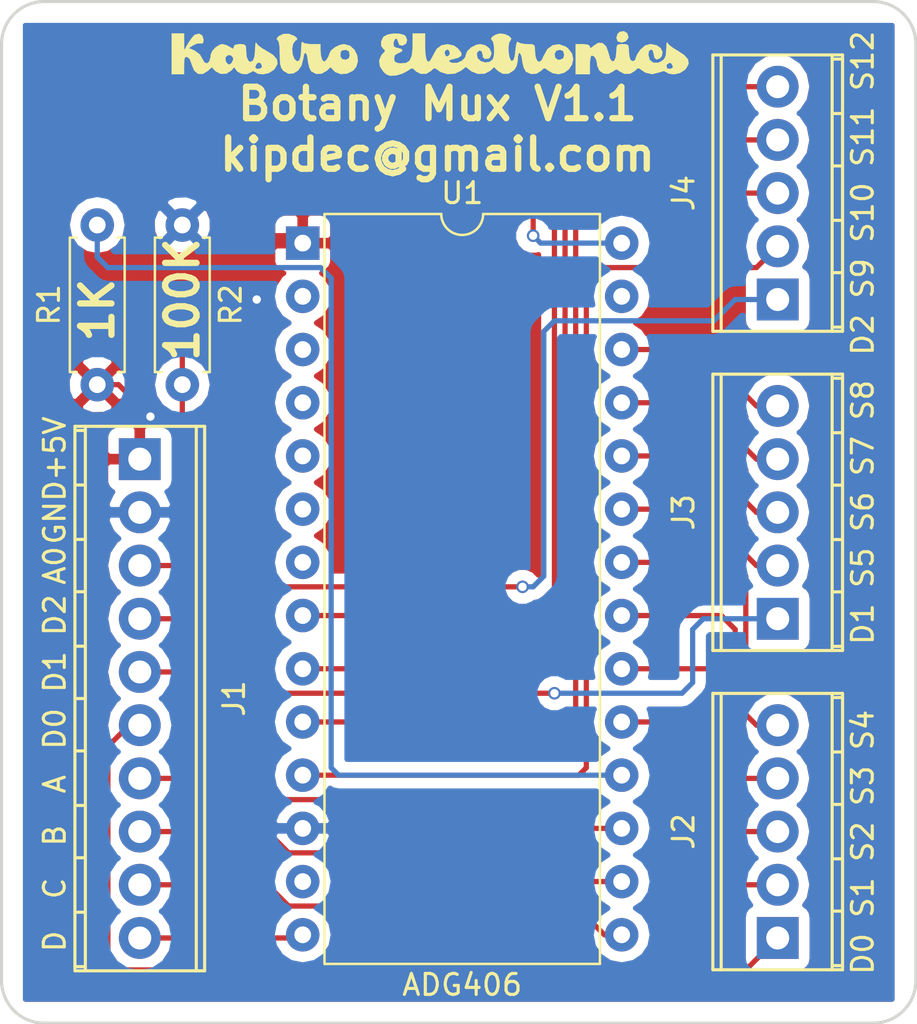
<source format=kicad_pcb>
(kicad_pcb (version 4) (host pcbnew 4.0.6)

  (general
    (links 26)
    (no_connects 0)
    (area 134.036999 93.396999 177.875001 142.315001)
    (thickness 1.6)
    (drawings 19)
    (tracks 137)
    (zones 0)
    (modules 8)
    (nets 32)
  )

  (page A4)
  (layers
    (0 F.Cu signal)
    (31 B.Cu signal)
    (32 B.Adhes user)
    (33 F.Adhes user)
    (34 B.Paste user)
    (35 F.Paste user)
    (36 B.SilkS user)
    (37 F.SilkS user)
    (38 B.Mask user)
    (39 F.Mask user)
    (40 Dwgs.User user)
    (41 Cmts.User user)
    (42 Eco1.User user)
    (43 Eco2.User user)
    (44 Edge.Cuts user)
    (45 Margin user)
    (46 B.CrtYd user)
    (47 F.CrtYd user)
    (48 B.Fab user)
    (49 F.Fab user)
  )

  (setup
    (last_trace_width 0.25)
    (trace_clearance 0.2)
    (zone_clearance 0.508)
    (zone_45_only no)
    (trace_min 0.2)
    (segment_width 0.2)
    (edge_width 0.15)
    (via_size 0.6)
    (via_drill 0.4)
    (via_min_size 0.4)
    (via_min_drill 0.3)
    (uvia_size 0.3)
    (uvia_drill 0.1)
    (uvias_allowed no)
    (uvia_min_size 0.2)
    (uvia_min_drill 0.1)
    (pcb_text_width 0.3)
    (pcb_text_size 1.5 1.5)
    (mod_edge_width 0.15)
    (mod_text_size 1 1)
    (mod_text_width 0.15)
    (pad_size 1.524 1.524)
    (pad_drill 0.762)
    (pad_to_mask_clearance 0.2)
    (aux_axis_origin 0 0)
    (visible_elements FFFFFF7F)
    (pcbplotparams
      (layerselection 0x00030_80000001)
      (usegerberextensions false)
      (excludeedgelayer true)
      (linewidth 0.100000)
      (plotframeref false)
      (viasonmask false)
      (mode 1)
      (useauxorigin false)
      (hpglpennumber 1)
      (hpglpenspeed 20)
      (hpglpendiameter 15)
      (hpglpenoverlay 2)
      (psnegative false)
      (psa4output false)
      (plotreference true)
      (plotvalue true)
      (plotinvisibletext false)
      (padsonsilk false)
      (subtractmaskfromsilk false)
      (outputformat 1)
      (mirror false)
      (drillshape 1)
      (scaleselection 1)
      (outputdirectory ""))
  )

  (net 0 "")
  (net 1 "Net-(J1-Pad4)")
  (net 2 "Net-(J1-Pad1)")
  (net 3 "Net-(J1-Pad2)")
  (net 4 "Net-(J1-Pad3)")
  (net 5 "Net-(J1-Pad5)")
  (net 6 "Net-(J1-Pad6)")
  (net 7 "Net-(J1-Pad7)")
  (net 8 "Net-(J1-Pad8)")
  (net 9 "Net-(J1-Pad9)")
  (net 10 "Net-(J1-Pad10)")
  (net 11 "Net-(J2-Pad4)")
  (net 12 "Net-(J2-Pad2)")
  (net 13 "Net-(J2-Pad3)")
  (net 14 "Net-(J2-Pad5)")
  (net 15 "Net-(J3-Pad4)")
  (net 16 "Net-(J3-Pad2)")
  (net 17 "Net-(J3-Pad3)")
  (net 18 "Net-(J3-Pad5)")
  (net 19 "Net-(J4-Pad4)")
  (net 20 "Net-(J4-Pad2)")
  (net 21 "Net-(J4-Pad3)")
  (net 22 "Net-(J4-Pad5)")
  (net 23 "Net-(R1-Pad2)")
  (net 24 "Net-(U1-Pad2)")
  (net 25 "Net-(U1-Pad3)")
  (net 26 "Net-(U1-Pad4)")
  (net 27 "Net-(U1-Pad5)")
  (net 28 "Net-(U1-Pad6)")
  (net 29 "Net-(U1-Pad7)")
  (net 30 "Net-(U1-Pad13)")
  (net 31 "Net-(U1-Pad27)")

  (net_class Default "This is the default net class."
    (clearance 0.2)
    (trace_width 0.25)
    (via_dia 0.6)
    (via_drill 0.4)
    (uvia_dia 0.3)
    (uvia_drill 0.1)
    (add_net "Net-(J1-Pad1)")
    (add_net "Net-(J1-Pad10)")
    (add_net "Net-(J1-Pad2)")
    (add_net "Net-(J1-Pad3)")
    (add_net "Net-(J1-Pad4)")
    (add_net "Net-(J1-Pad5)")
    (add_net "Net-(J1-Pad6)")
    (add_net "Net-(J1-Pad7)")
    (add_net "Net-(J1-Pad8)")
    (add_net "Net-(J1-Pad9)")
    (add_net "Net-(J2-Pad2)")
    (add_net "Net-(J2-Pad3)")
    (add_net "Net-(J2-Pad4)")
    (add_net "Net-(J2-Pad5)")
    (add_net "Net-(J3-Pad2)")
    (add_net "Net-(J3-Pad3)")
    (add_net "Net-(J3-Pad4)")
    (add_net "Net-(J3-Pad5)")
    (add_net "Net-(J4-Pad2)")
    (add_net "Net-(J4-Pad3)")
    (add_net "Net-(J4-Pad4)")
    (add_net "Net-(J4-Pad5)")
    (add_net "Net-(R1-Pad2)")
    (add_net "Net-(U1-Pad13)")
    (add_net "Net-(U1-Pad2)")
    (add_net "Net-(U1-Pad27)")
    (add_net "Net-(U1-Pad3)")
    (add_net "Net-(U1-Pad4)")
    (add_net "Net-(U1-Pad5)")
    (add_net "Net-(U1-Pad6)")
    (add_net "Net-(U1-Pad7)")
  )

  (module Connectors_Terminal_Blocks:TerminalBlock_Pheonix_MPT-2.54mm_10pol (layer F.Cu) (tedit 596D6576) (tstamp 596D5A4F)
    (at 140.716 115.316 270)
    (descr "10-way 2.54mm pitch terminal block, Phoenix MPT series")
    (path /596D5AD3)
    (fp_text reference J1 (at 11.43 -4.50088 270) (layer F.SilkS)
      (effects (font (size 1 1) (thickness 0.15)))
    )
    (fp_text value Screw_Terminal_1x10 (at 11.43 4.50088 270) (layer F.Fab) hide
      (effects (font (size 1 1) (thickness 0.15)))
    )
    (fp_line (start -1.8 -3.3) (end 24.6 -3.3) (layer F.CrtYd) (width 0.05))
    (fp_line (start -1.8 3.3) (end -1.8 -3.3) (layer F.CrtYd) (width 0.05))
    (fp_line (start 24.6 3.3) (end -1.8 3.3) (layer F.CrtYd) (width 0.05))
    (fp_line (start 24.6 -3.3) (end 24.6 3.3) (layer F.CrtYd) (width 0.05))
    (fp_line (start 11.43 2.60096) (end 11.43 3.0988) (layer F.SilkS) (width 0.15))
    (fp_line (start 24.42972 -2.70002) (end -1.56972 -2.70002) (layer F.SilkS) (width 0.15))
    (fp_line (start -1.56972 -3.0988) (end 24.42972 -3.0988) (layer F.SilkS) (width 0.15))
    (fp_line (start 24.42972 2.60096) (end -1.56972 2.60096) (layer F.SilkS) (width 0.15))
    (fp_line (start -1.56972 3.0988) (end 24.42972 3.0988) (layer F.SilkS) (width 0.15))
    (fp_line (start 8.93064 2.60096) (end 8.93064 3.0988) (layer F.SilkS) (width 0.15))
    (fp_line (start 13.92936 2.60096) (end 13.92936 3.0988) (layer F.SilkS) (width 0.15))
    (fp_line (start 21.63064 2.60096) (end 21.63064 3.0988) (layer F.SilkS) (width 0.15))
    (fp_line (start 19.02968 2.60096) (end 19.02968 3.0988) (layer F.SilkS) (width 0.15))
    (fp_line (start 16.53286 2.60096) (end 16.53286 3.0988) (layer F.SilkS) (width 0.15))
    (fp_line (start 6.32968 2.60096) (end 6.32968 3.0988) (layer F.SilkS) (width 0.15))
    (fp_line (start 3.83286 2.60096) (end 3.83286 3.0988) (layer F.SilkS) (width 0.15))
    (fp_line (start -1.36906 3.0988) (end -1.36906 2.60096) (layer F.SilkS) (width 0.15))
    (fp_line (start 24.22906 2.60096) (end 24.22906 3.0988) (layer F.SilkS) (width 0.15))
    (fp_line (start 1.23444 3.0988) (end 1.23444 2.60096) (layer F.SilkS) (width 0.15))
    (fp_line (start 24.42718 3.0988) (end 24.42718 -3.0988) (layer F.SilkS) (width 0.15))
    (fp_line (start -1.56718 -3.0988) (end -1.56718 3.0988) (layer F.SilkS) (width 0.15))
    (pad 4 thru_hole oval (at 7.62 0 90) (size 1.99898 1.99898) (drill 1.09728) (layers *.Cu *.Mask)
      (net 1 "Net-(J1-Pad4)"))
    (pad 1 thru_hole rect (at 0 0 90) (size 1.99898 1.99898) (drill 1.09728) (layers *.Cu *.Mask)
      (net 2 "Net-(J1-Pad1)"))
    (pad 2 thru_hole oval (at 2.54 0 90) (size 1.99898 1.99898) (drill 1.09728) (layers *.Cu *.Mask)
      (net 3 "Net-(J1-Pad2)"))
    (pad 3 thru_hole oval (at 5.08 0 90) (size 1.99898 1.99898) (drill 1.09728) (layers *.Cu *.Mask)
      (net 4 "Net-(J1-Pad3)"))
    (pad 5 thru_hole oval (at 10.16 0 90) (size 1.99898 1.99898) (drill 1.09728) (layers *.Cu *.Mask)
      (net 5 "Net-(J1-Pad5)"))
    (pad 6 thru_hole oval (at 12.7 0 90) (size 1.99898 1.99898) (drill 1.09728) (layers *.Cu *.Mask)
      (net 6 "Net-(J1-Pad6)"))
    (pad 7 thru_hole oval (at 15.24 0 90) (size 1.99898 1.99898) (drill 1.09728) (layers *.Cu *.Mask)
      (net 7 "Net-(J1-Pad7)"))
    (pad 8 thru_hole oval (at 17.78 0 90) (size 1.99898 1.99898) (drill 1.09728) (layers *.Cu *.Mask)
      (net 8 "Net-(J1-Pad8)"))
    (pad 9 thru_hole oval (at 20.32 0 90) (size 1.99898 1.99898) (drill 1.09728) (layers *.Cu *.Mask)
      (net 9 "Net-(J1-Pad9)"))
    (pad 10 thru_hole oval (at 22.86 0 90) (size 1.99898 1.99898) (drill 1.09728) (layers *.Cu *.Mask)
      (net 10 "Net-(J1-Pad10)"))
    (model Terminal_Blocks.3dshapes/TerminalBlock_Pheonix_MPT-2.54mm_10pol.wrl
      (at (xyz 0.45 0 0))
      (scale (xyz 1 1 1))
      (rotate (xyz 0 0 0))
    )
  )

  (module Connectors_Terminal_Blocks:TerminalBlock_Pheonix_MPT-2.54mm_5pol (layer F.Cu) (tedit 596D64C3) (tstamp 596D5A58)
    (at 171.196 138.176 90)
    (descr "5-way 2.54mm pitch terminal block, Phoenix MPT series")
    (path /596D527F)
    (fp_text reference J2 (at 5.08 -4.50088 90) (layer F.SilkS)
      (effects (font (size 1 1) (thickness 0.15)))
    )
    (fp_text value Screw_Terminal_1x05 (at 5.08 4.50088 90) (layer F.Fab) hide
      (effects (font (size 1 1) (thickness 0.15)))
    )
    (fp_line (start -1.778 -3.302) (end 11.938 -3.302) (layer F.CrtYd) (width 0.05))
    (fp_line (start -1.778 3.302) (end -1.778 -3.302) (layer F.CrtYd) (width 0.05))
    (fp_line (start 11.938 3.302) (end -1.778 3.302) (layer F.CrtYd) (width 0.05))
    (fp_line (start 11.938 -3.302) (end 11.938 3.302) (layer F.CrtYd) (width 0.05))
    (fp_line (start 8.87984 2.60096) (end 8.87984 3.0988) (layer F.SilkS) (width 0.15))
    (fp_line (start 11.67892 3.0988) (end -1.51892 3.0988) (layer F.SilkS) (width 0.15))
    (fp_line (start -1.51892 2.60096) (end 11.67892 2.60096) (layer F.SilkS) (width 0.15))
    (fp_line (start -1.51892 -2.70002) (end 11.67892 -2.70002) (layer F.SilkS) (width 0.15))
    (fp_line (start 11.67892 -3.0988) (end -1.51892 -3.0988) (layer F.SilkS) (width 0.15))
    (fp_line (start 6.37794 2.60096) (end 6.37794 3.0988) (layer F.SilkS) (width 0.15))
    (fp_line (start 3.77952 2.60096) (end 3.77952 3.0988) (layer F.SilkS) (width 0.15))
    (fp_line (start -1.31826 3.0988) (end -1.31826 2.60096) (layer F.SilkS) (width 0.15))
    (fp_line (start 11.47826 2.60096) (end 11.47826 3.0988) (layer F.SilkS) (width 0.15))
    (fp_line (start 1.2827 3.0988) (end 1.2827 2.60096) (layer F.SilkS) (width 0.15))
    (fp_line (start 11.67638 3.0988) (end 11.67638 -3.0988) (layer F.SilkS) (width 0.15))
    (fp_line (start -1.51638 -3.0988) (end -1.51638 3.0988) (layer F.SilkS) (width 0.15))
    (pad 4 thru_hole oval (at 7.62 0 270) (size 1.99898 1.99898) (drill 1.09728) (layers *.Cu *.Mask)
      (net 11 "Net-(J2-Pad4)"))
    (pad 1 thru_hole rect (at 0 0 270) (size 1.99898 1.99898) (drill 1.09728) (layers *.Cu *.Mask)
      (net 6 "Net-(J1-Pad6)"))
    (pad 2 thru_hole oval (at 2.54 0 270) (size 1.99898 1.99898) (drill 1.09728) (layers *.Cu *.Mask)
      (net 12 "Net-(J2-Pad2)"))
    (pad 3 thru_hole oval (at 5.08 0 270) (size 1.99898 1.99898) (drill 1.09728) (layers *.Cu *.Mask)
      (net 13 "Net-(J2-Pad3)"))
    (pad 5 thru_hole oval (at 10.16 0 270) (size 1.99898 1.99898) (drill 1.09728) (layers *.Cu *.Mask)
      (net 14 "Net-(J2-Pad5)"))
    (model Terminal_Blocks.3dshapes/TerminalBlock_Pheonix_MPT-2.54mm_5pol.wrl
      (at (xyz 0.2 0 0))
      (scale (xyz 1 1 1))
      (rotate (xyz 0 0 0))
    )
  )

  (module Connectors_Terminal_Blocks:TerminalBlock_Pheonix_MPT-2.54mm_5pol (layer F.Cu) (tedit 596D6465) (tstamp 596D5A61)
    (at 171.196 122.936 90)
    (descr "5-way 2.54mm pitch terminal block, Phoenix MPT series")
    (path /596D52E1)
    (fp_text reference J3 (at 5.08 -4.50088 90) (layer F.SilkS)
      (effects (font (size 1 1) (thickness 0.15)))
    )
    (fp_text value Screw_Terminal_1x05 (at 5.08 4.50088 90) (layer F.Fab) hide
      (effects (font (size 1 1) (thickness 0.15)))
    )
    (fp_line (start -1.778 -3.302) (end 11.938 -3.302) (layer F.CrtYd) (width 0.05))
    (fp_line (start -1.778 3.302) (end -1.778 -3.302) (layer F.CrtYd) (width 0.05))
    (fp_line (start 11.938 3.302) (end -1.778 3.302) (layer F.CrtYd) (width 0.05))
    (fp_line (start 11.938 -3.302) (end 11.938 3.302) (layer F.CrtYd) (width 0.05))
    (fp_line (start 8.87984 2.60096) (end 8.87984 3.0988) (layer F.SilkS) (width 0.15))
    (fp_line (start 11.67892 3.0988) (end -1.51892 3.0988) (layer F.SilkS) (width 0.15))
    (fp_line (start -1.51892 2.60096) (end 11.67892 2.60096) (layer F.SilkS) (width 0.15))
    (fp_line (start -1.51892 -2.70002) (end 11.67892 -2.70002) (layer F.SilkS) (width 0.15))
    (fp_line (start 11.67892 -3.0988) (end -1.51892 -3.0988) (layer F.SilkS) (width 0.15))
    (fp_line (start 6.37794 2.60096) (end 6.37794 3.0988) (layer F.SilkS) (width 0.15))
    (fp_line (start 3.77952 2.60096) (end 3.77952 3.0988) (layer F.SilkS) (width 0.15))
    (fp_line (start -1.31826 3.0988) (end -1.31826 2.60096) (layer F.SilkS) (width 0.15))
    (fp_line (start 11.47826 2.60096) (end 11.47826 3.0988) (layer F.SilkS) (width 0.15))
    (fp_line (start 1.2827 3.0988) (end 1.2827 2.60096) (layer F.SilkS) (width 0.15))
    (fp_line (start 11.67638 3.0988) (end 11.67638 -3.0988) (layer F.SilkS) (width 0.15))
    (fp_line (start -1.51638 -3.0988) (end -1.51638 3.0988) (layer F.SilkS) (width 0.15))
    (pad 4 thru_hole oval (at 7.62 0 270) (size 1.99898 1.99898) (drill 1.09728) (layers *.Cu *.Mask)
      (net 15 "Net-(J3-Pad4)"))
    (pad 1 thru_hole rect (at 0 0 270) (size 1.99898 1.99898) (drill 1.09728) (layers *.Cu *.Mask)
      (net 5 "Net-(J1-Pad5)"))
    (pad 2 thru_hole oval (at 2.54 0 270) (size 1.99898 1.99898) (drill 1.09728) (layers *.Cu *.Mask)
      (net 16 "Net-(J3-Pad2)"))
    (pad 3 thru_hole oval (at 5.08 0 270) (size 1.99898 1.99898) (drill 1.09728) (layers *.Cu *.Mask)
      (net 17 "Net-(J3-Pad3)"))
    (pad 5 thru_hole oval (at 10.16 0 270) (size 1.99898 1.99898) (drill 1.09728) (layers *.Cu *.Mask)
      (net 18 "Net-(J3-Pad5)"))
    (model Terminal_Blocks.3dshapes/TerminalBlock_Pheonix_MPT-2.54mm_5pol.wrl
      (at (xyz 0.2 0 0))
      (scale (xyz 1 1 1))
      (rotate (xyz 0 0 0))
    )
  )

  (module Connectors_Terminal_Blocks:TerminalBlock_Pheonix_MPT-2.54mm_5pol (layer F.Cu) (tedit 596D6459) (tstamp 596D5A6A)
    (at 171.196 107.696 90)
    (descr "5-way 2.54mm pitch terminal block, Phoenix MPT series")
    (path /596D531C)
    (fp_text reference J4 (at 5.08 -4.50088 90) (layer F.SilkS)
      (effects (font (size 1 1) (thickness 0.15)))
    )
    (fp_text value Screw_Terminal_1x05 (at 5.08 4.50088 90) (layer F.Fab) hide
      (effects (font (size 1 1) (thickness 0.15)))
    )
    (fp_line (start -1.778 -3.302) (end 11.938 -3.302) (layer F.CrtYd) (width 0.05))
    (fp_line (start -1.778 3.302) (end -1.778 -3.302) (layer F.CrtYd) (width 0.05))
    (fp_line (start 11.938 3.302) (end -1.778 3.302) (layer F.CrtYd) (width 0.05))
    (fp_line (start 11.938 -3.302) (end 11.938 3.302) (layer F.CrtYd) (width 0.05))
    (fp_line (start 8.87984 2.60096) (end 8.87984 3.0988) (layer F.SilkS) (width 0.15))
    (fp_line (start 11.67892 3.0988) (end -1.51892 3.0988) (layer F.SilkS) (width 0.15))
    (fp_line (start -1.51892 2.60096) (end 11.67892 2.60096) (layer F.SilkS) (width 0.15))
    (fp_line (start -1.51892 -2.70002) (end 11.67892 -2.70002) (layer F.SilkS) (width 0.15))
    (fp_line (start 11.67892 -3.0988) (end -1.51892 -3.0988) (layer F.SilkS) (width 0.15))
    (fp_line (start 6.37794 2.60096) (end 6.37794 3.0988) (layer F.SilkS) (width 0.15))
    (fp_line (start 3.77952 2.60096) (end 3.77952 3.0988) (layer F.SilkS) (width 0.15))
    (fp_line (start -1.31826 3.0988) (end -1.31826 2.60096) (layer F.SilkS) (width 0.15))
    (fp_line (start 11.47826 2.60096) (end 11.47826 3.0988) (layer F.SilkS) (width 0.15))
    (fp_line (start 1.2827 3.0988) (end 1.2827 2.60096) (layer F.SilkS) (width 0.15))
    (fp_line (start 11.67638 3.0988) (end 11.67638 -3.0988) (layer F.SilkS) (width 0.15))
    (fp_line (start -1.51638 -3.0988) (end -1.51638 3.0988) (layer F.SilkS) (width 0.15))
    (pad 4 thru_hole oval (at 7.62 0 270) (size 1.99898 1.99898) (drill 1.09728) (layers *.Cu *.Mask)
      (net 19 "Net-(J4-Pad4)"))
    (pad 1 thru_hole rect (at 0 0 270) (size 1.99898 1.99898) (drill 1.09728) (layers *.Cu *.Mask)
      (net 1 "Net-(J1-Pad4)"))
    (pad 2 thru_hole oval (at 2.54 0 270) (size 1.99898 1.99898) (drill 1.09728) (layers *.Cu *.Mask)
      (net 20 "Net-(J4-Pad2)"))
    (pad 3 thru_hole oval (at 5.08 0 270) (size 1.99898 1.99898) (drill 1.09728) (layers *.Cu *.Mask)
      (net 21 "Net-(J4-Pad3)"))
    (pad 5 thru_hole oval (at 10.16 0 270) (size 1.99898 1.99898) (drill 1.09728) (layers *.Cu *.Mask)
      (net 22 "Net-(J4-Pad5)"))
    (model Terminal_Blocks.3dshapes/TerminalBlock_Pheonix_MPT-2.54mm_5pol.wrl
      (at (xyz 0.2 0 0))
      (scale (xyz 1 1 1))
      (rotate (xyz 0 0 0))
    )
  )

  (module Resistors_THT:R_Axial_DIN0207_L6.3mm_D2.5mm_P7.62mm_Horizontal (layer F.Cu) (tedit 596D6732) (tstamp 596D5A70)
    (at 138.684 111.76 90)
    (descr "Resistor, Axial_DIN0207 series, Axial, Horizontal, pin pitch=7.62mm, 0.25W = 1/4W, length*diameter=6.3*2.5mm^2, http://cdn-reichelt.de/documents/datenblatt/B400/1_4W%23YAG.pdf")
    (tags "Resistor Axial_DIN0207 series Axial Horizontal pin pitch 7.62mm 0.25W = 1/4W length 6.3mm diameter 2.5mm")
    (path /596D5D48)
    (fp_text reference R1 (at 3.81 -2.31 90) (layer F.SilkS)
      (effects (font (size 1 1) (thickness 0.15)))
    )
    (fp_text value R (at 3.81 2.31 90) (layer F.Fab) hide
      (effects (font (size 1 1) (thickness 0.15)))
    )
    (fp_line (start 0.66 -1.25) (end 0.66 1.25) (layer F.Fab) (width 0.1))
    (fp_line (start 0.66 1.25) (end 6.96 1.25) (layer F.Fab) (width 0.1))
    (fp_line (start 6.96 1.25) (end 6.96 -1.25) (layer F.Fab) (width 0.1))
    (fp_line (start 6.96 -1.25) (end 0.66 -1.25) (layer F.Fab) (width 0.1))
    (fp_line (start 0 0) (end 0.66 0) (layer F.Fab) (width 0.1))
    (fp_line (start 7.62 0) (end 6.96 0) (layer F.Fab) (width 0.1))
    (fp_line (start 0.6 -0.98) (end 0.6 -1.31) (layer F.SilkS) (width 0.12))
    (fp_line (start 0.6 -1.31) (end 7.02 -1.31) (layer F.SilkS) (width 0.12))
    (fp_line (start 7.02 -1.31) (end 7.02 -0.98) (layer F.SilkS) (width 0.12))
    (fp_line (start 0.6 0.98) (end 0.6 1.31) (layer F.SilkS) (width 0.12))
    (fp_line (start 0.6 1.31) (end 7.02 1.31) (layer F.SilkS) (width 0.12))
    (fp_line (start 7.02 1.31) (end 7.02 0.98) (layer F.SilkS) (width 0.12))
    (fp_line (start -1.05 -1.6) (end -1.05 1.6) (layer F.CrtYd) (width 0.05))
    (fp_line (start -1.05 1.6) (end 8.7 1.6) (layer F.CrtYd) (width 0.05))
    (fp_line (start 8.7 1.6) (end 8.7 -1.6) (layer F.CrtYd) (width 0.05))
    (fp_line (start 8.7 -1.6) (end -1.05 -1.6) (layer F.CrtYd) (width 0.05))
    (pad 1 thru_hole circle (at 0 0 90) (size 1.6 1.6) (drill 0.8) (layers *.Cu *.Mask)
      (net 2 "Net-(J1-Pad1)"))
    (pad 2 thru_hole oval (at 7.62 0 90) (size 1.6 1.6) (drill 0.8) (layers *.Cu *.Mask)
      (net 23 "Net-(R1-Pad2)"))
    (model Resistors_THT.3dshapes/R_Axial_DIN0207_L6.3mm_D2.5mm_P7.62mm_Horizontal.wrl
      (at (xyz 0 0 0))
      (scale (xyz 0.393701 0.393701 0.393701))
      (rotate (xyz 0 0 0))
    )
  )

  (module Resistors_THT:R_Axial_DIN0207_L6.3mm_D2.5mm_P7.62mm_Horizontal (layer F.Cu) (tedit 596D6739) (tstamp 596D5A76)
    (at 142.748 104.14 270)
    (descr "Resistor, Axial_DIN0207 series, Axial, Horizontal, pin pitch=7.62mm, 0.25W = 1/4W, length*diameter=6.3*2.5mm^2, http://cdn-reichelt.de/documents/datenblatt/B400/1_4W%23YAG.pdf")
    (tags "Resistor Axial_DIN0207 series Axial Horizontal pin pitch 7.62mm 0.25W = 1/4W length 6.3mm diameter 2.5mm")
    (path /596D6150)
    (fp_text reference R2 (at 3.81 -2.31 270) (layer F.SilkS)
      (effects (font (size 1 1) (thickness 0.15)))
    )
    (fp_text value R (at 3.81 2.31 270) (layer F.Fab) hide
      (effects (font (size 1 1) (thickness 0.15)))
    )
    (fp_line (start 0.66 -1.25) (end 0.66 1.25) (layer F.Fab) (width 0.1))
    (fp_line (start 0.66 1.25) (end 6.96 1.25) (layer F.Fab) (width 0.1))
    (fp_line (start 6.96 1.25) (end 6.96 -1.25) (layer F.Fab) (width 0.1))
    (fp_line (start 6.96 -1.25) (end 0.66 -1.25) (layer F.Fab) (width 0.1))
    (fp_line (start 0 0) (end 0.66 0) (layer F.Fab) (width 0.1))
    (fp_line (start 7.62 0) (end 6.96 0) (layer F.Fab) (width 0.1))
    (fp_line (start 0.6 -0.98) (end 0.6 -1.31) (layer F.SilkS) (width 0.12))
    (fp_line (start 0.6 -1.31) (end 7.02 -1.31) (layer F.SilkS) (width 0.12))
    (fp_line (start 7.02 -1.31) (end 7.02 -0.98) (layer F.SilkS) (width 0.12))
    (fp_line (start 0.6 0.98) (end 0.6 1.31) (layer F.SilkS) (width 0.12))
    (fp_line (start 0.6 1.31) (end 7.02 1.31) (layer F.SilkS) (width 0.12))
    (fp_line (start 7.02 1.31) (end 7.02 0.98) (layer F.SilkS) (width 0.12))
    (fp_line (start -1.05 -1.6) (end -1.05 1.6) (layer F.CrtYd) (width 0.05))
    (fp_line (start -1.05 1.6) (end 8.7 1.6) (layer F.CrtYd) (width 0.05))
    (fp_line (start 8.7 1.6) (end 8.7 -1.6) (layer F.CrtYd) (width 0.05))
    (fp_line (start 8.7 -1.6) (end -1.05 -1.6) (layer F.CrtYd) (width 0.05))
    (pad 1 thru_hole circle (at 0 0 270) (size 1.6 1.6) (drill 0.8) (layers *.Cu *.Mask)
      (net 3 "Net-(J1-Pad2)"))
    (pad 2 thru_hole oval (at 7.62 0 270) (size 1.6 1.6) (drill 0.8) (layers *.Cu *.Mask)
      (net 4 "Net-(J1-Pad3)"))
    (model Resistors_THT.3dshapes/R_Axial_DIN0207_L6.3mm_D2.5mm_P7.62mm_Horizontal.wrl
      (at (xyz 0 0 0))
      (scale (xyz 0.393701 0.393701 0.393701))
      (rotate (xyz 0 0 0))
    )
  )

  (module Housings_DIP:DIP-28_W15.24mm (layer F.Cu) (tedit 596D657E) (tstamp 596D5A96)
    (at 148.5011 105.0036)
    (descr "28-lead dip package, row spacing 15.24 mm (600 mils)")
    (tags "DIL DIP PDIP 2.54mm 15.24mm 600mil")
    (path /596D56AF)
    (fp_text reference U1 (at 7.62 -2.39) (layer F.SilkS)
      (effects (font (size 1 1) (thickness 0.15)))
    )
    (fp_text value ADG406 (at 7.62 35.41) (layer F.SilkS)
      (effects (font (size 1 1) (thickness 0.15)))
    )
    (fp_text user %R (at 7.62 16.51) (layer F.Fab)
      (effects (font (size 1 1) (thickness 0.15)))
    )
    (fp_line (start 1.255 -1.27) (end 14.985 -1.27) (layer F.Fab) (width 0.1))
    (fp_line (start 14.985 -1.27) (end 14.985 34.29) (layer F.Fab) (width 0.1))
    (fp_line (start 14.985 34.29) (end 0.255 34.29) (layer F.Fab) (width 0.1))
    (fp_line (start 0.255 34.29) (end 0.255 -0.27) (layer F.Fab) (width 0.1))
    (fp_line (start 0.255 -0.27) (end 1.255 -1.27) (layer F.Fab) (width 0.1))
    (fp_line (start 6.62 -1.39) (end 1.04 -1.39) (layer F.SilkS) (width 0.12))
    (fp_line (start 1.04 -1.39) (end 1.04 34.41) (layer F.SilkS) (width 0.12))
    (fp_line (start 1.04 34.41) (end 14.2 34.41) (layer F.SilkS) (width 0.12))
    (fp_line (start 14.2 34.41) (end 14.2 -1.39) (layer F.SilkS) (width 0.12))
    (fp_line (start 14.2 -1.39) (end 8.62 -1.39) (layer F.SilkS) (width 0.12))
    (fp_line (start -1.1 -1.6) (end -1.1 34.6) (layer F.CrtYd) (width 0.05))
    (fp_line (start -1.1 34.6) (end 16.3 34.6) (layer F.CrtYd) (width 0.05))
    (fp_line (start 16.3 34.6) (end 16.3 -1.6) (layer F.CrtYd) (width 0.05))
    (fp_line (start 16.3 -1.6) (end -1.1 -1.6) (layer F.CrtYd) (width 0.05))
    (fp_arc (start 7.62 -1.39) (end 6.62 -1.39) (angle -180) (layer F.SilkS) (width 0.12))
    (pad 1 thru_hole rect (at 0 0) (size 1.6 1.6) (drill 0.8) (layers *.Cu *.Mask)
      (net 2 "Net-(J1-Pad1)"))
    (pad 15 thru_hole oval (at 15.24 33.02) (size 1.6 1.6) (drill 0.8) (layers *.Cu *.Mask)
      (net 9 "Net-(J1-Pad9)"))
    (pad 2 thru_hole oval (at 0 2.54) (size 1.6 1.6) (drill 0.8) (layers *.Cu *.Mask)
      (net 24 "Net-(U1-Pad2)"))
    (pad 16 thru_hole oval (at 15.24 30.48) (size 1.6 1.6) (drill 0.8) (layers *.Cu *.Mask)
      (net 8 "Net-(J1-Pad8)"))
    (pad 3 thru_hole oval (at 0 5.08) (size 1.6 1.6) (drill 0.8) (layers *.Cu *.Mask)
      (net 25 "Net-(U1-Pad3)"))
    (pad 17 thru_hole oval (at 15.24 27.94) (size 1.6 1.6) (drill 0.8) (layers *.Cu *.Mask)
      (net 7 "Net-(J1-Pad7)"))
    (pad 4 thru_hole oval (at 0 7.62) (size 1.6 1.6) (drill 0.8) (layers *.Cu *.Mask)
      (net 26 "Net-(U1-Pad4)"))
    (pad 18 thru_hole oval (at 15.24 25.4) (size 1.6 1.6) (drill 0.8) (layers *.Cu *.Mask)
      (net 23 "Net-(R1-Pad2)"))
    (pad 5 thru_hole oval (at 0 10.16) (size 1.6 1.6) (drill 0.8) (layers *.Cu *.Mask)
      (net 27 "Net-(U1-Pad5)"))
    (pad 19 thru_hole oval (at 15.24 22.86) (size 1.6 1.6) (drill 0.8) (layers *.Cu *.Mask)
      (net 12 "Net-(J2-Pad2)"))
    (pad 6 thru_hole oval (at 0 12.7) (size 1.6 1.6) (drill 0.8) (layers *.Cu *.Mask)
      (net 28 "Net-(U1-Pad6)"))
    (pad 20 thru_hole oval (at 15.24 20.32) (size 1.6 1.6) (drill 0.8) (layers *.Cu *.Mask)
      (net 13 "Net-(J2-Pad3)"))
    (pad 7 thru_hole oval (at 0 15.24) (size 1.6 1.6) (drill 0.8) (layers *.Cu *.Mask)
      (net 29 "Net-(U1-Pad7)"))
    (pad 21 thru_hole oval (at 15.24 17.78) (size 1.6 1.6) (drill 0.8) (layers *.Cu *.Mask)
      (net 11 "Net-(J2-Pad4)"))
    (pad 8 thru_hole oval (at 0 17.78) (size 1.6 1.6) (drill 0.8) (layers *.Cu *.Mask)
      (net 22 "Net-(J4-Pad5)"))
    (pad 22 thru_hole oval (at 15.24 15.24) (size 1.6 1.6) (drill 0.8) (layers *.Cu *.Mask)
      (net 14 "Net-(J2-Pad5)"))
    (pad 9 thru_hole oval (at 0 20.32) (size 1.6 1.6) (drill 0.8) (layers *.Cu *.Mask)
      (net 19 "Net-(J4-Pad4)"))
    (pad 23 thru_hole oval (at 15.24 12.7) (size 1.6 1.6) (drill 0.8) (layers *.Cu *.Mask)
      (net 16 "Net-(J3-Pad2)"))
    (pad 10 thru_hole oval (at 0 22.86) (size 1.6 1.6) (drill 0.8) (layers *.Cu *.Mask)
      (net 21 "Net-(J4-Pad3)"))
    (pad 24 thru_hole oval (at 15.24 10.16) (size 1.6 1.6) (drill 0.8) (layers *.Cu *.Mask)
      (net 17 "Net-(J3-Pad3)"))
    (pad 11 thru_hole oval (at 0 25.4) (size 1.6 1.6) (drill 0.8) (layers *.Cu *.Mask)
      (net 20 "Net-(J4-Pad2)"))
    (pad 25 thru_hole oval (at 15.24 7.62) (size 1.6 1.6) (drill 0.8) (layers *.Cu *.Mask)
      (net 15 "Net-(J3-Pad4)"))
    (pad 12 thru_hole oval (at 0 27.94) (size 1.6 1.6) (drill 0.8) (layers *.Cu *.Mask)
      (net 3 "Net-(J1-Pad2)"))
    (pad 26 thru_hole oval (at 15.24 5.08) (size 1.6 1.6) (drill 0.8) (layers *.Cu *.Mask)
      (net 18 "Net-(J3-Pad5)"))
    (pad 13 thru_hole oval (at 0 30.48) (size 1.6 1.6) (drill 0.8) (layers *.Cu *.Mask)
      (net 30 "Net-(U1-Pad13)"))
    (pad 27 thru_hole oval (at 15.24 2.54) (size 1.6 1.6) (drill 0.8) (layers *.Cu *.Mask)
      (net 31 "Net-(U1-Pad27)"))
    (pad 14 thru_hole oval (at 0 33.02) (size 1.6 1.6) (drill 0.8) (layers *.Cu *.Mask)
      (net 10 "Net-(J1-Pad10)"))
    (pad 28 thru_hole oval (at 15.24 0) (size 1.6 1.6) (drill 0.8) (layers *.Cu *.Mask)
      (net 4 "Net-(J1-Pad3)"))
    (model ${KISYS3DMOD}/Housings_DIP.3dshapes/DIP-28_W15.24mm.wrl
      (at (xyz 0 0 0))
      (scale (xyz 1 1 1))
      (rotate (xyz 0 0 0))
    )
  )

  (module "kicad copy:logoex" (layer F.Cu) (tedit 0) (tstamp 596D6FB3)
    (at 154.432 96.012)
    (fp_text reference G*** (at 0 0) (layer F.SilkS) hide
      (effects (font (thickness 0.3)))
    )
    (fp_text value LOGO (at 0.75 0) (layer F.SilkS) hide
      (effects (font (thickness 0.3)))
    )
    (fp_poly (pts (xy -0.084667 -0.472591) (xy -0.068407 -0.049287) (xy -0.021576 0.221778) (xy 0.052903 0.336749)
      (xy 0.152109 0.291768) (xy 0.273117 0.082979) (xy 0.296095 0.029844) (xy 0.361085 -0.084666)
      (xy 0.846666 -0.084666) (xy 0.899606 0.053238) (xy 0.973666 0.084667) (xy 1.077094 0.014081)
      (xy 1.100666 -0.084666) (xy 1.047727 -0.222571) (xy 0.973666 -0.254) (xy 0.870238 -0.183414)
      (xy 0.846666 -0.084666) (xy 0.361085 -0.084666) (xy 0.474088 -0.283772) (xy 0.700944 -0.453835)
      (xy 0.998681 -0.505307) (xy 1.312343 -0.429948) (xy 1.491768 -0.293928) (xy 1.646531 -0.092648)
      (xy 1.642999 0.051898) (xy 1.478472 0.149792) (xy 1.365206 0.178509) (xy 1.122788 0.24307)
      (xy 1.048362 0.304253) (xy 1.140665 0.363842) (xy 1.218292 0.386213) (xy 1.4569 0.382976)
      (xy 1.68108 0.283035) (xy 1.831877 0.121341) (xy 1.862666 0.004193) (xy 1.936745 -0.179754)
      (xy 2.122185 -0.353197) (xy 2.363792 -0.475092) (xy 2.551418 -0.508) (xy 2.802493 -0.44888)
      (xy 2.993875 -0.299767) (xy 3.081421 -0.103026) (xy 3.074175 -0.006283) (xy 3.006689 0.140229)
      (xy 2.953458 0.182034) (xy 2.76014 0.192476) (xy 2.680561 0.114705) (xy 2.6686 0)
      (xy 2.618976 -0.166177) (xy 2.514247 -0.209638) (xy 2.415513 -0.124635) (xy 2.386645 -0.026517)
      (xy 2.428592 0.169408) (xy 2.581086 0.307003) (xy 2.790428 0.369136) (xy 3.002921 0.338674)
      (xy 3.152536 0.217843) (xy 3.200354 0.064609) (xy 3.217114 -0.16593) (xy 3.205552 -0.411563)
      (xy 3.168404 -0.610079) (xy 3.112255 -0.698248) (xy 3.060623 -0.764056) (xy 3.126667 -0.858067)
      (xy 3.269417 -0.94929) (xy 3.447897 -1.006734) (xy 3.528785 -1.013307) (xy 3.743227 -0.977886)
      (xy 3.922474 -0.895333) (xy 4.026239 -0.79382) (xy 4.014233 -0.701521) (xy 3.995206 -0.687143)
      (xy 3.928552 -0.568104) (xy 3.900869 -0.356721) (xy 3.908206 -0.109448) (xy 3.946616 0.117262)
      (xy 4.012149 0.266956) (xy 4.064 0.296334) (xy 4.14393 0.246388) (xy 4.198003 0.078887)
      (xy 4.233333 -0.211666) (xy 4.266404 -0.47655) (xy 4.307906 -0.613431) (xy 4.344163 -0.613833)
      (xy 4.465014 -0.54894) (xy 4.688098 -0.511639) (xy 4.788663 -0.508) (xy 5.020784 -0.501262)
      (xy 5.129957 -0.457248) (xy 5.162562 -0.340262) (xy 5.164666 -0.218591) (xy 5.194203 0.096547)
      (xy 5.270744 0.287122) (xy 5.376186 0.341963) (xy 5.492422 0.249896) (xy 5.587913 0.042596)
      (xy 5.638731 -0.049035) (xy 6.104535 -0.049035) (xy 6.128896 0.132938) (xy 6.247576 0.232251)
      (xy 6.370788 0.238772) (xy 6.522114 0.165682) (xy 6.561666 0) (xy 6.515133 -0.174415)
      (xy 6.370788 -0.238771) (xy 6.189926 -0.199415) (xy 6.104535 -0.049035) (xy 5.638731 -0.049035)
      (xy 5.763035 -0.273166) (xy 6.016601 -0.458022) (xy 6.314984 -0.501789) (xy 6.624555 -0.394281)
      (xy 6.743212 -0.307305) (xy 6.937731 -0.055013) (xy 6.992874 0.215388) (xy 6.932325 0.476345)
      (xy 6.779769 0.700304) (xy 6.558889 0.85971) (xy 6.293369 0.927009) (xy 6.006894 0.874646)
      (xy 5.821998 0.76444) (xy 5.670207 0.655144) (xy 5.577382 0.651082) (xy 5.469828 0.752255)
      (xy 5.458791 0.76444) (xy 5.238348 0.900714) (xy 4.978134 0.917927) (xy 4.749855 0.814283)
      (xy 4.718017 0.783014) (xy 4.626634 0.606269) (xy 4.564968 0.349561) (xy 4.556728 0.27352)
      (xy 4.518879 0.057683) (xy 4.458171 -0.069752) (xy 4.397169 -0.085245) (xy 4.358441 0.034744)
      (xy 4.356051 0.064189) (xy 4.330489 0.357016) (xy 4.286594 0.541118) (xy 4.205639 0.677101)
      (xy 4.145368 0.746035) (xy 3.899511 0.903117) (xy 3.628551 0.906079) (xy 3.384959 0.760293)
      (xy 3.213918 0.589252) (xy 3.030327 0.760293) (xy 2.763727 0.902328) (xy 2.447997 0.91416)
      (xy 2.141933 0.796064) (xy 2.085751 0.755855) (xy 1.862666 0.580377) (xy 1.639581 0.755855)
      (xy 1.334617 0.899673) (xy 0.985313 0.922223) (xy 0.661007 0.822946) (xy 0.572665 0.76444)
      (xy 0.420874 0.655144) (xy 0.328049 0.651082) (xy 0.220494 0.752255) (xy 0.209458 0.76444)
      (xy -0.017619 0.903632) (xy -0.283756 0.913291) (xy -0.519905 0.793245) (xy -0.546448 0.766294)
      (xy -0.655134 0.660484) (xy -0.747418 0.653805) (xy -0.893426 0.74742) (xy -0.927573 0.772607)
      (xy -1.168967 0.898086) (xy -1.460147 0.983234) (xy -1.504568 0.990265) (xy -1.754926 1.002797)
      (xy -1.929989 0.937923) (xy -2.067898 0.818467) (xy -2.242236 0.55226) (xy -2.277743 0.269937)
      (xy -2.172012 0.017091) (xy -2.113473 -0.045224) (xy -2.001622 -0.165644) (xy -2.016894 -0.23836)
      (xy -2.071139 -0.27422) (xy -2.181006 -0.419626) (xy -2.185991 -0.627963) (xy -2.088871 -0.831457)
      (xy -2.0465 -0.875878) (xy -1.854412 -0.96972) (xy -1.585427 -1.013198) (xy -1.307161 -1.005181)
      (xy -1.087228 -0.944538) (xy -1.019376 -0.893067) (xy -0.942486 -0.70309) (xy -0.995006 -0.531184)
      (xy -1.157858 -0.43956) (xy -1.158484 -0.439469) (xy -1.309565 -0.46395) (xy -1.369286 -0.608803)
      (xy -1.427302 -0.76104) (xy -1.510421 -0.765199) (xy -1.579702 -0.629953) (xy -1.592535 -0.559075)
      (xy -1.582263 -0.403875) (xy -1.466932 -0.33696) (xy -1.380868 -0.323609) (xy -1.199405 -0.267351)
      (xy -1.176068 -0.180649) (xy -1.312248 -0.097152) (xy -1.370837 -0.080849) (xy -1.529709 0.01621)
      (xy -1.566334 0.173151) (xy -1.537629 0.320374) (xy -1.418797 0.388361) (xy -1.283247 0.408122)
      (xy -1.007277 0.395147) (xy -0.823568 0.281042) (xy -0.718564 0.046913) (xy -0.678711 -0.326134)
      (xy -0.677334 -0.436455) (xy -0.677334 -1.016) (xy -0.084667 -1.016) (xy -0.084667 -0.472591)) (layer F.SilkS) (width 0.01))
    (fp_poly (pts (xy -11.596548 -0.211666) (xy -11.407441 -0.542215) (xy -11.261057 -0.764946) (xy -11.120803 -0.927029)
      (xy -11.081675 -0.957856) (xy -10.880856 -1.008079) (xy -10.727693 -0.916077) (xy -10.668 -0.713265)
      (xy -10.691685 -0.556156) (xy -10.77903 -0.533863) (xy -10.80693 -0.543195) (xy -10.973232 -0.538456)
      (xy -11.158763 -0.457009) (xy -11.371665 -0.31751) (xy -11.101008 -0.203708) (xy -10.843493 -0.014564)
      (xy -10.740893 0.166714) (xy -10.627318 0.365012) (xy -10.501007 0.411515) (xy -10.392694 0.318087)
      (xy -10.341582 0.128078) (xy -9.621797 0.128078) (xy -9.614008 0.293949) (xy -9.562912 0.386328)
      (xy -9.461219 0.47227) (xy -9.359158 0.419892) (xy -9.330196 0.391815) (xy -9.249981 0.232337)
      (xy -9.256766 0.133565) (xy -9.369487 0.017866) (xy -9.519759 0.019803) (xy -9.621797 0.128078)
      (xy -10.341582 0.128078) (xy -10.333112 0.096593) (xy -10.329334 0.007834) (xy -10.260012 -0.172833)
      (xy -10.092892 -0.354939) (xy -9.889242 -0.481859) (xy -9.771216 -0.508) (xy -9.575733 -0.460437)
      (xy -9.416839 -0.376199) (xy -9.280936 -0.291728) (xy -9.233437 -0.31161) (xy -9.228667 -0.376199)
      (xy -9.170497 -0.472287) (xy -8.979256 -0.507314) (xy -8.932334 -0.508) (xy -8.733672 -0.494747)
      (xy -8.652195 -0.421212) (xy -8.636027 -0.236733) (xy -8.636 -0.218591) (xy -8.605944 0.117612)
      (xy -8.517035 0.302238) (xy -8.424334 0.338667) (xy -8.310433 0.280292) (xy -8.239481 0.09357)
      (xy -8.205664 -0.238898) (xy -8.202846 -0.324425) (xy -8.190315 -0.522092) (xy -8.168952 -0.596946)
      (xy -8.153937 -0.569594) (xy -8.060483 -0.449237) (xy -7.862635 -0.30171) (xy -7.701132 -0.209875)
      (xy -7.348343 0.006879) (xy -7.161053 0.220158) (xy -7.135842 0.438333) (xy -7.269292 0.669772)
      (xy -7.319819 0.723515) (xy -7.550268 0.870421) (xy -7.824427 0.932838) (xy -8.07591 0.902716)
      (xy -8.195734 0.829733) (xy -8.310947 0.771728) (xy -8.398934 0.829733) (xy -8.595529 0.922087)
      (xy -8.837795 0.912252) (xy -9.042989 0.808417) (xy -9.083703 0.761955) (xy -9.200101 0.595772)
      (xy -8.205987 0.595772) (xy -8.139398 0.668243) (xy -8.043334 0.677334) (xy -7.906055 0.626543)
      (xy -7.874 0.55533) (xy -7.926139 0.411124) (xy -8.038653 0.365924) (xy -8.13617 0.433653)
      (xy -8.205987 0.595772) (xy -9.200101 0.595772) (xy -9.20234 0.592576) (xy -9.355626 0.761955)
      (xy -9.585245 0.903583) (xy -9.852928 0.912238) (xy -10.092034 0.788031) (xy -10.118856 0.760686)
      (xy -10.27329 0.590039) (xy -10.454935 0.760686) (xy -10.704045 0.915964) (xy -10.930998 0.910424)
      (xy -11.116891 0.752553) (xy -11.242822 0.450834) (xy -11.253667 0.402156) (xy -11.337013 0.193037)
      (xy -11.454534 0.100137) (xy -11.541163 0.109972) (xy -11.584914 0.2071) (xy -11.598933 0.427987)
      (xy -11.599334 0.501792) (xy -11.599334 0.931334) (xy -12.192 0.931334) (xy -12.192 -1.016)
      (xy -11.599334 -1.016) (xy -11.596548 -0.211666)) (layer F.SilkS) (width 0.01))
    (fp_poly (pts (xy -6.332911 -0.899499) (xy -6.307667 -0.881417) (xy -6.193427 -0.779627) (xy -6.213092 -0.71434)
      (xy -6.2865 -0.668236) (xy -6.390406 -0.524277) (xy -6.434024 -0.287921) (xy -6.414763 -0.025972)
      (xy -6.330031 0.194767) (xy -6.320511 0.208419) (xy -6.19239 0.317951) (xy -6.092904 0.268307)
      (xy -6.02818 0.06814) (xy -6.00465 -0.23783) (xy -5.994614 -0.47648) (xy -5.975302 -0.60927)
      (xy -5.955261 -0.613833) (xy -5.844309 -0.545296) (xy -5.602559 -0.510592) (xy -5.496278 -0.508)
      (xy -5.08 -0.508) (xy -5.078704 -0.1905) (xy -5.056007 0.05403) (xy -5.002065 0.237571)
      (xy -4.992428 0.254) (xy -4.914176 0.330062) (xy -4.827811 0.273685) (xy -4.782058 0.216651)
      (xy -4.700521 0.076673) (xy -4.134616 0.076673) (xy -4.033185 0.213379) (xy -3.873879 0.238772)
      (xy -3.722552 0.165682) (xy -3.683 0) (xy -3.729534 -0.174415) (xy -3.873879 -0.238771)
      (xy -4.052475 -0.208019) (xy -4.115771 -0.132938) (xy -4.134616 0.076673) (xy -4.700521 0.076673)
      (xy -4.683704 0.047804) (xy -4.656667 -0.05237) (xy -4.584185 -0.198129) (xy -4.405029 -0.34783)
      (xy -4.176637 -0.463689) (xy -3.964067 -0.508) (xy -3.679025 -0.435046) (xy -3.462411 -0.245521)
      (xy -3.329512 0.016568) (xy -3.295612 0.307213) (xy -3.375997 0.58241) (xy -3.525085 0.755855)
      (xy -3.808431 0.8976) (xy -4.109595 0.921472) (xy -4.370258 0.827164) (xy -4.44619 0.760686)
      (xy -4.600623 0.590039) (xy -4.782269 0.760686) (xy -5.029607 0.902358) (xy -5.293812 0.914124)
      (xy -5.516119 0.794222) (xy -5.52665 0.783014) (xy -5.615691 0.608619) (xy -5.67746 0.349951)
      (xy -5.687939 0.253847) (xy -5.728711 0.006589) (xy -5.791962 -0.096343) (xy -5.856739 -0.048675)
      (xy -5.902087 0.155869) (xy -5.905039 0.188832) (xy -5.987017 0.512721) (xy -6.154562 0.752818)
      (xy -6.375314 0.889378) (xy -6.616915 0.902659) (xy -6.847004 0.772918) (xy -6.852872 0.767129)
      (xy -6.946774 0.643727) (xy -7.000299 0.477366) (xy -7.023589 0.221392) (xy -7.027334 -0.035278)
      (xy -7.041011 -0.416576) (xy -7.082631 -0.636277) (xy -7.132411 -0.698248) (xy -7.181034 -0.759421)
      (xy -7.096125 -0.874637) (xy -6.873858 -0.990181) (xy -6.594555 -0.998683) (xy -6.332911 -0.899499)) (layer F.SilkS) (width 0.01))
    (fp_poly (pts (xy 11.486194 -0.582757) (xy 11.576727 -0.468798) (xy 11.771058 -0.320534) (xy 11.941827 -0.217755)
      (xy 12.292004 0.00717) (xy 12.479837 0.218868) (xy 12.51036 0.429776) (xy 12.388607 0.652328)
      (xy 12.322848 0.723515) (xy 12.093723 0.869698) (xy 11.820599 0.932816) (xy 11.569963 0.904611)
      (xy 11.449229 0.83203) (xy 11.328681 0.775104) (xy 11.145622 0.825893) (xy 11.131979 0.83203)
      (xy 10.772618 0.925271) (xy 10.452349 0.855819) (xy 10.309332 0.76444) (xy 10.15754 0.655144)
      (xy 10.064715 0.651082) (xy 9.957161 0.752255) (xy 9.946125 0.76444) (xy 9.716708 0.905099)
      (xy 9.447185 0.91165) (xy 9.214166 0.791211) (xy 9.08515 0.697561) (xy 8.979993 0.727295)
      (xy 8.904499 0.791211) (xy 8.669816 0.912088) (xy 8.434622 0.891012) (xy 8.242385 0.749554)
      (xy 8.145328 0.529167) (xy 11.446118 0.529167) (xy 11.47557 0.649178) (xy 11.599333 0.677334)
      (xy 11.738293 0.634482) (xy 11.752548 0.529167) (xy 11.669063 0.403208) (xy 11.599333 0.381)
      (xy 11.479785 0.451385) (xy 11.446118 0.529167) (xy 8.145328 0.529167) (xy 8.136572 0.509287)
      (xy 8.128 0.405867) (xy 8.088288 0.220069) (xy 7.995201 0.080118) (xy 7.887815 0.034167)
      (xy 7.845043 0.057179) (xy 7.812373 0.168122) (xy 7.792329 0.38702) (xy 7.789333 0.522111)
      (xy 7.789333 0.931334) (xy 7.112 0.931334) (xy 7.112 -0.508) (xy 7.450666 -0.508)
      (xy 7.686151 -0.487029) (xy 7.783186 -0.417511) (xy 7.789333 -0.381) (xy 7.814397 -0.314732)
      (xy 7.907253 -0.373819) (xy 7.958666 -0.423333) (xy 8.186762 -0.569073) (xy 8.39816 -0.556864)
      (xy 8.568901 -0.397934) (xy 8.675023 -0.103511) (xy 8.678071 -0.086214) (xy 8.756743 0.193847)
      (xy 8.856102 0.316094) (xy 8.954121 0.286572) (xy 9.028779 0.111326) (xy 9.058036 -0.1905)
      (xy 9.069752 -0.398369) (xy 9.134037 -0.487329) (xy 9.298079 -0.507717) (xy 9.355666 -0.508)
      (xy 9.549725 -0.496357) (xy 9.633034 -0.42787) (xy 9.65278 -0.252199) (xy 9.653296 -0.1905)
      (xy 9.673015 0.050549) (xy 9.719708 0.227575) (xy 9.728497 0.243681) (xy 9.839846 0.311713)
      (xy 9.949795 0.254751) (xy 9.990666 0.128499) (xy 10.041821 -0.006253) (xy 10.168811 -0.196676)
      (xy 10.209859 -0.247504) (xy 10.422739 -0.439804) (xy 10.658705 -0.506491) (xy 10.711812 -0.508)
      (xy 10.980382 -0.453795) (xy 11.171263 -0.315933) (xy 11.261018 -0.131547) (xy 11.226212 0.062234)
      (xy 11.137375 0.166255) (xy 10.981082 0.227575) (xy 10.872469 0.139725) (xy 10.837333 -0.04733)
      (xy 10.792274 -0.213821) (xy 10.710333 -0.254) (xy 10.609828 -0.17883) (xy 10.583333 0.001815)
      (xy 10.648549 0.243911) (xy 10.817116 0.377276) (xy 11.048413 0.382321) (xy 11.214865 0.306392)
      (xy 11.346483 0.193157) (xy 11.413366 0.03921) (xy 11.438059 -0.213932) (xy 11.439821 -0.277118)
      (xy 11.451091 -0.495738) (xy 11.469963 -0.599142) (xy 11.486194 -0.582757)) (layer F.SilkS) (width 0.01))
    (fp_poly (pts (xy 9.568975 -1.034705) (xy 9.628734 -0.860538) (xy 9.614337 -0.776715) (xy 9.496572 -0.639936)
      (xy 9.308062 -0.584893) (xy 9.133733 -0.633323) (xy 9.115777 -0.649111) (xy 9.058073 -0.808541)
      (xy 9.110745 -0.99088) (xy 9.21697 -1.094407) (xy 9.414411 -1.1265) (xy 9.568975 -1.034705)) (layer F.SilkS) (width 0.01))
  )

  (gr_text "Botany Mux V1.1\nkipdec@gmail.com\n" (at 154.94 99.568) (layer F.SilkS)
    (effects (font (size 1.5 1.5) (thickness 0.3)))
  )
  (gr_text 100K (at 142.748 107.696 90) (layer F.SilkS)
    (effects (font (size 1.5 1.5) (thickness 0.3)))
  )
  (gr_text "1K\n" (at 138.684 108.204 90) (layer F.SilkS)
    (effects (font (size 1.5 1.5) (thickness 0.3)))
  )
  (gr_text +5V (at 136.652 114.808 90) (layer F.SilkS)
    (effects (font (size 1 1) (thickness 0.15)))
  )
  (gr_text GND (at 136.652 117.856 90) (layer F.SilkS)
    (effects (font (size 1 1) (thickness 0.15)))
  )
  (gr_text A0 (at 136.652 120.396 90) (layer F.SilkS)
    (effects (font (size 1 1) (thickness 0.15)))
  )
  (gr_text "D0 D1 D2\n" (at 136.652 125.476 90) (layer F.SilkS)
    (effects (font (size 1 1) (thickness 0.15)))
  )
  (gr_text "D  C  B  A" (at 136.652 134.62 90) (layer F.SilkS)
    (effects (font (size 1 1) (thickness 0.15)))
  )
  (gr_text "D2 S9 S10 S11 S12" (at 175.26 102.616 90) (layer F.SilkS)
    (effects (font (size 1 1) (thickness 0.15)))
  )
  (gr_text "D1 S5 S6 S7 S8" (at 175.26 117.856 90) (layer F.SilkS)
    (effects (font (size 1 1) (thickness 0.15)))
  )
  (gr_text "D0 S1 S2 S3 S4" (at 175.26 133.604 90) (layer F.SilkS)
    (effects (font (size 1 1) (thickness 0.15)))
  )
  (gr_line (start 136.144 142.24) (end 175.768 142.24) (angle 90) (layer Edge.Cuts) (width 0.15))
  (gr_line (start 134.112 95.504) (end 134.112 140.208) (angle 90) (layer Edge.Cuts) (width 0.15))
  (gr_line (start 175.768 93.472) (end 136.144 93.472) (angle 90) (layer Edge.Cuts) (width 0.15))
  (gr_line (start 177.8 140.208) (end 177.8 95.504) (angle 90) (layer Edge.Cuts) (width 0.15))
  (gr_arc (start 175.768 95.504) (end 175.768 93.472) (angle 90) (layer Edge.Cuts) (width 0.15))
  (gr_arc (start 136.144 140.208) (end 136.144 142.24) (angle 90) (layer Edge.Cuts) (width 0.15))
  (gr_arc (start 136.144 95.504) (end 134.112 95.504) (angle 90) (layer Edge.Cuts) (width 0.15))
  (gr_arc (start 175.768 140.208) (end 177.8 140.208) (angle 90) (layer Edge.Cuts) (width 0.15))

  (segment (start 140.716 122.936) (end 145.796 122.936) (width 0.25) (layer F.Cu) (net 1))
  (segment (start 169.164 107.696) (end 171.196 107.696) (width 0.25) (layer B.Cu) (net 1) (tstamp 596D6402))
  (segment (start 168.148 108.712) (end 169.164 107.696) (width 0.25) (layer B.Cu) (net 1) (tstamp 596D63FE))
  (segment (start 160.528 108.712) (end 168.148 108.712) (width 0.25) (layer B.Cu) (net 1) (tstamp 596D63F7))
  (segment (start 160.02 109.22) (end 160.528 108.712) (width 0.25) (layer B.Cu) (net 1) (tstamp 596D63E8))
  (segment (start 160.02 120.904) (end 160.02 109.22) (width 0.25) (layer B.Cu) (net 1) (tstamp 596D63E7))
  (segment (start 159.512 121.412) (end 160.02 120.904) (width 0.25) (layer B.Cu) (net 1) (tstamp 596D63E5))
  (segment (start 159.004 121.412) (end 159.512 121.412) (width 0.25) (layer B.Cu) (net 1) (tstamp 596D63E4))
  (via (at 159.004 121.412) (size 0.6) (drill 0.4) (layers F.Cu B.Cu) (net 1))
  (segment (start 147.32 121.412) (end 159.004 121.412) (width 0.25) (layer F.Cu) (net 1) (tstamp 596D63DA))
  (segment (start 145.796 122.936) (end 147.32 121.412) (width 0.25) (layer F.Cu) (net 1) (tstamp 596D63D1))
  (segment (start 138.684 111.76) (end 139.7 111.76) (width 0.25) (layer F.Cu) (net 2))
  (segment (start 146.812 104.648) (end 148.1455 104.648) (width 0.25) (layer F.Cu) (net 2) (tstamp 596D65C8))
  (segment (start 146.304 105.156) (end 146.812 104.648) (width 0.25) (layer F.Cu) (net 2) (tstamp 596D65C7))
  (segment (start 146.304 107.696) (end 146.304 105.156) (width 0.25) (layer F.Cu) (net 2) (tstamp 596D65C6))
  (via (at 146.304 107.696) (size 0.6) (drill 0.4) (layers F.Cu B.Cu) (net 2))
  (segment (start 146.304 111.76) (end 146.304 107.696) (width 0.25) (layer B.Cu) (net 2) (tstamp 596D65BE))
  (segment (start 144.78 113.284) (end 146.304 111.76) (width 0.25) (layer B.Cu) (net 2) (tstamp 596D65BD))
  (segment (start 141.224 113.284) (end 144.78 113.284) (width 0.25) (layer B.Cu) (net 2) (tstamp 596D65BC))
  (via (at 141.224 113.284) (size 0.6) (drill 0.4) (layers F.Cu B.Cu) (net 2))
  (segment (start 139.7 111.76) (end 141.224 113.284) (width 0.25) (layer F.Cu) (net 2) (tstamp 596D65B6))
  (segment (start 148.1455 104.648) (end 148.5011 105.0036) (width 0.25) (layer F.Cu) (net 2) (tstamp 596D65C9))
  (segment (start 142.748 111.76) (end 142.748 110.236) (width 0.25) (layer F.Cu) (net 4))
  (segment (start 159.8676 105.0036) (end 163.7411 105.0036) (width 0.25) (layer B.Cu) (net 4) (tstamp 596D62C5))
  (segment (start 159.512 104.648) (end 159.8676 105.0036) (width 0.25) (layer B.Cu) (net 4) (tstamp 596D62C4))
  (via (at 159.512 104.648) (size 0.6) (drill 0.4) (layers F.Cu B.Cu) (net 4))
  (segment (start 159.512 103.124) (end 159.512 104.648) (width 0.25) (layer F.Cu) (net 4) (tstamp 596D62BC))
  (segment (start 159.004 102.616) (end 159.512 103.124) (width 0.25) (layer F.Cu) (net 4) (tstamp 596D62B3))
  (segment (start 136.652 102.616) (end 159.004 102.616) (width 0.25) (layer F.Cu) (net 4) (tstamp 596D62AF))
  (segment (start 136.144 103.124) (end 136.652 102.616) (width 0.25) (layer F.Cu) (net 4) (tstamp 596D62AE))
  (segment (start 136.144 109.22) (end 136.144 103.124) (width 0.25) (layer F.Cu) (net 4) (tstamp 596D62AA))
  (segment (start 136.652 109.728) (end 136.144 109.22) (width 0.25) (layer F.Cu) (net 4) (tstamp 596D62A9))
  (segment (start 142.24 109.728) (end 136.652 109.728) (width 0.25) (layer F.Cu) (net 4) (tstamp 596D62A7))
  (segment (start 142.748 110.236) (end 142.24 109.728) (width 0.25) (layer F.Cu) (net 4) (tstamp 596D62A4))
  (segment (start 140.716 120.396) (end 142.24 120.396) (width 0.25) (layer F.Cu) (net 4))
  (segment (start 142.748 119.888) (end 142.748 111.76) (width 0.25) (layer F.Cu) (net 4) (tstamp 596D628C))
  (segment (start 142.24 120.396) (end 142.748 119.888) (width 0.25) (layer F.Cu) (net 4) (tstamp 596D6289))
  (segment (start 140.716 125.476) (end 146.304 125.476) (width 0.25) (layer F.Cu) (net 5))
  (segment (start 167.64 122.936) (end 171.196 122.936) (width 0.25) (layer B.Cu) (net 5) (tstamp 596D636C))
  (segment (start 167.132 123.444) (end 167.64 122.936) (width 0.25) (layer B.Cu) (net 5) (tstamp 596D6368))
  (segment (start 167.132 125.984) (end 167.132 123.444) (width 0.25) (layer B.Cu) (net 5) (tstamp 596D6364))
  (segment (start 166.624 126.492) (end 167.132 125.984) (width 0.25) (layer B.Cu) (net 5) (tstamp 596D635E))
  (segment (start 160.528 126.492) (end 166.624 126.492) (width 0.25) (layer B.Cu) (net 5) (tstamp 596D635D))
  (via (at 160.528 126.492) (size 0.6) (drill 0.4) (layers F.Cu B.Cu) (net 5))
  (segment (start 147.32 126.492) (end 160.528 126.492) (width 0.25) (layer F.Cu) (net 5) (tstamp 596D6355))
  (segment (start 146.304 125.476) (end 147.32 126.492) (width 0.25) (layer F.Cu) (net 5) (tstamp 596D6352))
  (segment (start 140.716 128.016) (end 140.208 128.016) (width 0.25) (layer F.Cu) (net 6))
  (segment (start 140.208 128.016) (end 139.192 129.032) (width 0.25) (layer F.Cu) (net 6) (tstamp 596D6380))
  (segment (start 139.192 129.032) (end 139.192 139.192) (width 0.25) (layer F.Cu) (net 6) (tstamp 596D6384))
  (segment (start 139.192 139.192) (end 139.7 139.7) (width 0.25) (layer F.Cu) (net 6) (tstamp 596D6389))
  (segment (start 139.7 139.7) (end 169.672 139.7) (width 0.25) (layer F.Cu) (net 6) (tstamp 596D638A))
  (segment (start 169.672 139.7) (end 171.196 138.176) (width 0.25) (layer F.Cu) (net 6) (tstamp 596D638E))
  (segment (start 140.716 130.556) (end 146.304 130.556) (width 0.25) (layer F.Cu) (net 7))
  (segment (start 162.4076 132.9436) (end 163.7411 132.9436) (width 0.25) (layer F.Cu) (net 7) (tstamp 596D6278))
  (segment (start 161.036 131.572) (end 162.4076 132.9436) (width 0.25) (layer F.Cu) (net 7) (tstamp 596D6273))
  (segment (start 147.32 131.572) (end 161.036 131.572) (width 0.25) (layer F.Cu) (net 7) (tstamp 596D6271))
  (segment (start 146.304 130.556) (end 147.32 131.572) (width 0.25) (layer F.Cu) (net 7) (tstamp 596D626C))
  (segment (start 140.716 133.096) (end 146.812 133.096) (width 0.25) (layer F.Cu) (net 8))
  (segment (start 162.4076 135.4836) (end 163.7411 135.4836) (width 0.25) (layer F.Cu) (net 8) (tstamp 596D6268))
  (segment (start 161.036 134.112) (end 162.4076 135.4836) (width 0.25) (layer F.Cu) (net 8) (tstamp 596D6260))
  (segment (start 147.828 134.112) (end 161.036 134.112) (width 0.25) (layer F.Cu) (net 8) (tstamp 596D6259))
  (segment (start 146.812 133.096) (end 147.828 134.112) (width 0.25) (layer F.Cu) (net 8) (tstamp 596D6255))
  (segment (start 140.716 135.636) (end 146.812 135.636) (width 0.25) (layer F.Cu) (net 9))
  (segment (start 162.9156 138.0236) (end 163.7411 138.0236) (width 0.25) (layer F.Cu) (net 9) (tstamp 596D6252))
  (segment (start 161.544 136.652) (end 162.9156 138.0236) (width 0.25) (layer F.Cu) (net 9) (tstamp 596D6246))
  (segment (start 147.828 136.652) (end 161.544 136.652) (width 0.25) (layer F.Cu) (net 9) (tstamp 596D6244))
  (segment (start 146.812 135.636) (end 147.828 136.652) (width 0.25) (layer F.Cu) (net 9) (tstamp 596D6241))
  (segment (start 140.716 138.176) (end 148.3487 138.176) (width 0.25) (layer F.Cu) (net 10))
  (segment (start 148.3487 138.176) (end 148.5011 138.0236) (width 0.25) (layer F.Cu) (net 10) (tstamp 596D6238))
  (segment (start 163.7411 122.7836) (end 168.5036 122.7836) (width 0.25) (layer F.Cu) (net 11))
  (segment (start 169.672 130.556) (end 171.196 130.556) (width 0.25) (layer F.Cu) (net 11) (tstamp 596D6204))
  (segment (start 169.164 130.048) (end 169.672 130.556) (width 0.25) (layer F.Cu) (net 11) (tstamp 596D61FF))
  (segment (start 169.164 123.444) (end 169.164 130.048) (width 0.25) (layer F.Cu) (net 11) (tstamp 596D61F6))
  (segment (start 168.5036 122.7836) (end 169.164 123.444) (width 0.25) (layer F.Cu) (net 11) (tstamp 596D61F1))
  (segment (start 163.7411 127.8636) (end 167.4876 127.8636) (width 0.25) (layer F.Cu) (net 12))
  (segment (start 168.656 135.636) (end 171.196 135.636) (width 0.25) (layer F.Cu) (net 12) (tstamp 596D6227))
  (segment (start 168.148 135.128) (end 168.656 135.636) (width 0.25) (layer F.Cu) (net 12) (tstamp 596D6226))
  (segment (start 168.148 128.524) (end 168.148 135.128) (width 0.25) (layer F.Cu) (net 12) (tstamp 596D6221))
  (segment (start 167.4876 127.8636) (end 168.148 128.524) (width 0.25) (layer F.Cu) (net 12) (tstamp 596D621E))
  (segment (start 163.7411 125.3236) (end 167.9956 125.3236) (width 0.25) (layer F.Cu) (net 13))
  (segment (start 169.164 133.096) (end 171.196 133.096) (width 0.25) (layer F.Cu) (net 13) (tstamp 596D621A))
  (segment (start 168.656 132.588) (end 169.164 133.096) (width 0.25) (layer F.Cu) (net 13) (tstamp 596D6219))
  (segment (start 168.656 125.984) (end 168.656 132.588) (width 0.25) (layer F.Cu) (net 13) (tstamp 596D6210))
  (segment (start 167.9956 125.3236) (end 168.656 125.984) (width 0.25) (layer F.Cu) (net 13) (tstamp 596D620C))
  (segment (start 163.7411 120.2436) (end 169.0116 120.2436) (width 0.25) (layer F.Cu) (net 14))
  (segment (start 170.18 128.016) (end 171.196 128.016) (width 0.25) (layer F.Cu) (net 14) (tstamp 596D61E5))
  (segment (start 169.672 127.508) (end 170.18 128.016) (width 0.25) (layer F.Cu) (net 14) (tstamp 596D61E4))
  (segment (start 169.672 120.904) (end 169.672 127.508) (width 0.25) (layer F.Cu) (net 14) (tstamp 596D61E0))
  (segment (start 169.0116 120.2436) (end 169.672 120.904) (width 0.25) (layer F.Cu) (net 14) (tstamp 596D61D9))
  (segment (start 163.7411 112.6236) (end 169.0116 112.6236) (width 0.25) (layer F.Cu) (net 15))
  (segment (start 170.18 115.316) (end 171.196 115.316) (width 0.25) (layer F.Cu) (net 15) (tstamp 596D61BA))
  (segment (start 169.672 114.808) (end 170.18 115.316) (width 0.25) (layer F.Cu) (net 15) (tstamp 596D61B8))
  (segment (start 169.672 113.284) (end 169.672 114.808) (width 0.25) (layer F.Cu) (net 15) (tstamp 596D61B5))
  (segment (start 169.0116 112.6236) (end 169.672 113.284) (width 0.25) (layer F.Cu) (net 15) (tstamp 596D61B2))
  (segment (start 163.7411 117.7036) (end 169.0116 117.7036) (width 0.25) (layer F.Cu) (net 16))
  (segment (start 170.18 120.396) (end 171.196 120.396) (width 0.25) (layer F.Cu) (net 16) (tstamp 596D61D0))
  (segment (start 169.672 119.888) (end 170.18 120.396) (width 0.25) (layer F.Cu) (net 16) (tstamp 596D61CE))
  (segment (start 169.672 118.364) (end 169.672 119.888) (width 0.25) (layer F.Cu) (net 16) (tstamp 596D61CB))
  (segment (start 169.0116 117.7036) (end 169.672 118.364) (width 0.25) (layer F.Cu) (net 16) (tstamp 596D61C9))
  (segment (start 163.7411 115.1636) (end 169.0116 115.1636) (width 0.25) (layer F.Cu) (net 17))
  (segment (start 170.18 117.856) (end 171.196 117.856) (width 0.25) (layer F.Cu) (net 17) (tstamp 596D61C5))
  (segment (start 169.672 117.348) (end 170.18 117.856) (width 0.25) (layer F.Cu) (net 17) (tstamp 596D61C3))
  (segment (start 169.672 115.824) (end 169.672 117.348) (width 0.25) (layer F.Cu) (net 17) (tstamp 596D61C1))
  (segment (start 169.0116 115.1636) (end 169.672 115.824) (width 0.25) (layer F.Cu) (net 17) (tstamp 596D61BE))
  (segment (start 163.7411 110.0836) (end 169.0116 110.0836) (width 0.25) (layer F.Cu) (net 18))
  (segment (start 170.18 112.776) (end 171.196 112.776) (width 0.25) (layer F.Cu) (net 18) (tstamp 596D61AB))
  (segment (start 169.672 112.268) (end 170.18 112.776) (width 0.25) (layer F.Cu) (net 18) (tstamp 596D61A8))
  (segment (start 169.672 110.744) (end 169.672 112.268) (width 0.25) (layer F.Cu) (net 18) (tstamp 596D61A7))
  (segment (start 169.0116 110.0836) (end 169.672 110.744) (width 0.25) (layer F.Cu) (net 18) (tstamp 596D61A4))
  (segment (start 148.5011 125.3236) (end 160.6804 125.3236) (width 0.25) (layer F.Cu) (net 19))
  (segment (start 161.544 100.076) (end 171.196 100.076) (width 0.25) (layer F.Cu) (net 19) (tstamp 596D6174))
  (segment (start 161.036 100.584) (end 161.544 100.076) (width 0.25) (layer F.Cu) (net 19) (tstamp 596D6173))
  (segment (start 161.036 124.968) (end 161.036 100.584) (width 0.25) (layer F.Cu) (net 19) (tstamp 596D616A))
  (segment (start 160.6804 125.3236) (end 161.036 124.968) (width 0.25) (layer F.Cu) (net 19) (tstamp 596D6167))
  (segment (start 148.5011 130.4036) (end 161.6964 130.4036) (width 0.25) (layer F.Cu) (net 20))
  (segment (start 170.18 106.172) (end 171.196 105.156) (width 0.25) (layer F.Cu) (net 20) (tstamp 596D613A))
  (segment (start 162.56 106.172) (end 170.18 106.172) (width 0.25) (layer F.Cu) (net 20) (tstamp 596D6137))
  (segment (start 162.052 106.68) (end 162.56 106.172) (width 0.25) (layer F.Cu) (net 20) (tstamp 596D6136))
  (segment (start 162.052 130.048) (end 162.052 106.68) (width 0.25) (layer F.Cu) (net 20) (tstamp 596D612E))
  (segment (start 161.6964 130.4036) (end 162.052 130.048) (width 0.25) (layer F.Cu) (net 20) (tstamp 596D6127))
  (segment (start 148.5011 127.8636) (end 161.1884 127.8636) (width 0.25) (layer F.Cu) (net 21))
  (segment (start 162.052 102.616) (end 171.196 102.616) (width 0.25) (layer F.Cu) (net 21) (tstamp 596D615C))
  (segment (start 161.544 103.124) (end 162.052 102.616) (width 0.25) (layer F.Cu) (net 21) (tstamp 596D6157))
  (segment (start 161.544 127.508) (end 161.544 103.124) (width 0.25) (layer F.Cu) (net 21) (tstamp 596D614B))
  (segment (start 161.1884 127.8636) (end 161.544 127.508) (width 0.25) (layer F.Cu) (net 21) (tstamp 596D6144))
  (segment (start 148.5011 122.7836) (end 160.1724 122.7836) (width 0.25) (layer F.Cu) (net 22))
  (segment (start 161.036 97.536) (end 171.196 97.536) (width 0.25) (layer F.Cu) (net 22) (tstamp 596D618D))
  (segment (start 160.528 98.044) (end 161.036 97.536) (width 0.25) (layer F.Cu) (net 22) (tstamp 596D618C))
  (segment (start 160.528 122.428) (end 160.528 98.044) (width 0.25) (layer F.Cu) (net 22) (tstamp 596D6184))
  (segment (start 160.1724 122.7836) (end 160.528 122.428) (width 0.25) (layer F.Cu) (net 22) (tstamp 596D617F))
  (segment (start 138.684 104.14) (end 138.684 105.664) (width 0.25) (layer B.Cu) (net 23))
  (segment (start 150.2156 130.4036) (end 163.7411 130.4036) (width 0.25) (layer B.Cu) (net 23) (tstamp 596D6306))
  (segment (start 149.86 130.048) (end 150.2156 130.4036) (width 0.25) (layer B.Cu) (net 23) (tstamp 596D6305))
  (segment (start 149.86 106.68) (end 149.86 130.048) (width 0.25) (layer B.Cu) (net 23) (tstamp 596D62F6))
  (segment (start 149.352 106.172) (end 149.86 106.68) (width 0.25) (layer B.Cu) (net 23) (tstamp 596D62F4))
  (segment (start 139.192 106.172) (end 149.352 106.172) (width 0.25) (layer B.Cu) (net 23) (tstamp 596D62F1))
  (segment (start 138.684 105.664) (end 139.192 106.172) (width 0.25) (layer B.Cu) (net 23) (tstamp 596D62E7))

  (zone (net 2) (net_name "Net-(J1-Pad1)") (layer F.Cu) (tstamp 596D60E5) (hatch edge 0.508)
    (connect_pads (clearance 0.508))
    (min_thickness 0.254)
    (fill yes (arc_segments 16) (thermal_gap 0.508) (thermal_bridge_width 0.508))
    (polygon
      (pts
        (xy 135.128 94.488) (xy 176.784 94.488) (xy 176.784 141.224) (xy 135.128 141.224)
      )
    )
    (filled_polygon
      (pts
        (xy 176.657 141.097) (xy 135.255 141.097) (xy 135.255 114.190201) (xy 139.08151 114.190201) (xy 139.08151 115.03025)
        (xy 139.24026 115.189) (xy 140.589 115.189) (xy 140.589 113.84026) (xy 140.43025 113.68151) (xy 139.5902 113.68151)
        (xy 139.356811 113.778183) (xy 139.178183 113.956812) (xy 139.08151 114.190201) (xy 135.255 114.190201) (xy 135.255 112.767745)
        (xy 137.855861 112.767745) (xy 137.929995 113.013864) (xy 138.467223 113.206965) (xy 139.037454 113.179778) (xy 139.438005 113.013864)
        (xy 139.512139 112.767745) (xy 138.684 111.939605) (xy 137.855861 112.767745) (xy 135.255 112.767745) (xy 135.255 111.543223)
        (xy 137.237035 111.543223) (xy 137.264222 112.113454) (xy 137.430136 112.514005) (xy 137.676255 112.588139) (xy 138.504395 111.76)
        (xy 138.863605 111.76) (xy 139.691745 112.588139) (xy 139.937864 112.514005) (xy 140.130965 111.976777) (xy 140.103778 111.406546)
        (xy 139.937864 111.005995) (xy 139.691745 110.931861) (xy 138.863605 111.76) (xy 138.504395 111.76) (xy 137.676255 110.931861)
        (xy 137.430136 111.005995) (xy 137.237035 111.543223) (xy 135.255 111.543223) (xy 135.255 103.124) (xy 135.384 103.124)
        (xy 135.384 109.22) (xy 135.441852 109.510839) (xy 135.606599 109.757401) (xy 136.114599 110.265401) (xy 136.361161 110.430148)
        (xy 136.652 110.488) (xy 137.973779 110.488) (xy 137.929995 110.506136) (xy 137.855861 110.752255) (xy 138.684 111.580395)
        (xy 139.512139 110.752255) (xy 139.438005 110.506136) (xy 139.387549 110.488) (xy 141.925198 110.488) (xy 141.985724 110.548526)
        (xy 141.733302 110.717189) (xy 141.422233 111.182736) (xy 141.313 111.731887) (xy 141.313 111.788113) (xy 141.422233 112.337264)
        (xy 141.733302 112.802811) (xy 141.988 112.972995) (xy 141.988 113.742068) (xy 141.8418 113.68151) (xy 141.00175 113.68151)
        (xy 140.843 113.84026) (xy 140.843 115.189) (xy 140.863 115.189) (xy 140.863 115.443) (xy 140.843 115.443)
        (xy 140.843 115.463) (xy 140.589 115.463) (xy 140.589 115.443) (xy 139.24026 115.443) (xy 139.08151 115.60175)
        (xy 139.08151 116.441799) (xy 139.178183 116.675188) (xy 139.356811 116.853817) (xy 139.419013 116.879582) (xy 139.205928 117.198486)
        (xy 139.08151 117.823978) (xy 139.08151 117.888022) (xy 139.205928 118.513514) (xy 139.560241 119.043781) (xy 139.68329 119.126)
        (xy 139.560241 119.208219) (xy 139.205928 119.738486) (xy 139.08151 120.363978) (xy 139.08151 120.428022) (xy 139.205928 121.053514)
        (xy 139.560241 121.583781) (xy 139.68329 121.666) (xy 139.560241 121.748219) (xy 139.205928 122.278486) (xy 139.08151 122.903978)
        (xy 139.08151 122.968022) (xy 139.205928 123.593514) (xy 139.560241 124.123781) (xy 139.68329 124.206) (xy 139.560241 124.288219)
        (xy 139.205928 124.818486) (xy 139.08151 125.443978) (xy 139.08151 125.508022) (xy 139.205928 126.133514) (xy 139.560241 126.663781)
        (xy 139.68329 126.746) (xy 139.560241 126.828219) (xy 139.205928 127.358486) (xy 139.08151 127.983978) (xy 139.08151 128.048022)
        (xy 139.084773 128.064425) (xy 138.654599 128.494599) (xy 138.489852 128.741161) (xy 138.432 129.032) (xy 138.432 139.192)
        (xy 138.489852 139.482839) (xy 138.654599 139.729401) (xy 139.162599 140.237401) (xy 139.409161 140.402148) (xy 139.7 140.46)
        (xy 169.672 140.46) (xy 169.962839 140.402148) (xy 170.209401 140.237401) (xy 170.623872 139.82293) (xy 172.19549 139.82293)
        (xy 172.430807 139.778652) (xy 172.646931 139.63958) (xy 172.791921 139.42738) (xy 172.84293 139.17549) (xy 172.84293 137.17651)
        (xy 172.798652 136.941193) (xy 172.65958 136.725069) (xy 172.493527 136.61161) (xy 172.706072 136.293514) (xy 172.83049 135.668022)
        (xy 172.83049 135.603978) (xy 172.706072 134.978486) (xy 172.351759 134.448219) (xy 172.22871 134.366) (xy 172.351759 134.283781)
        (xy 172.706072 133.753514) (xy 172.83049 133.128022) (xy 172.83049 133.063978) (xy 172.706072 132.438486) (xy 172.351759 131.908219)
        (xy 172.22871 131.826) (xy 172.351759 131.743781) (xy 172.706072 131.213514) (xy 172.83049 130.588022) (xy 172.83049 130.523978)
        (xy 172.706072 129.898486) (xy 172.351759 129.368219) (xy 172.22871 129.286) (xy 172.351759 129.203781) (xy 172.706072 128.673514)
        (xy 172.83049 128.048022) (xy 172.83049 127.983978) (xy 172.706072 127.358486) (xy 172.351759 126.828219) (xy 171.821492 126.473906)
        (xy 171.196 126.349488) (xy 170.570508 126.473906) (xy 170.432 126.566454) (xy 170.432 124.58293) (xy 172.19549 124.58293)
        (xy 172.430807 124.538652) (xy 172.646931 124.39958) (xy 172.791921 124.18738) (xy 172.84293 123.93549) (xy 172.84293 121.93651)
        (xy 172.798652 121.701193) (xy 172.65958 121.485069) (xy 172.493527 121.37161) (xy 172.706072 121.053514) (xy 172.83049 120.428022)
        (xy 172.83049 120.363978) (xy 172.706072 119.738486) (xy 172.351759 119.208219) (xy 172.22871 119.126) (xy 172.351759 119.043781)
        (xy 172.706072 118.513514) (xy 172.83049 117.888022) (xy 172.83049 117.823978) (xy 172.706072 117.198486) (xy 172.351759 116.668219)
        (xy 172.22871 116.586) (xy 172.351759 116.503781) (xy 172.706072 115.973514) (xy 172.83049 115.348022) (xy 172.83049 115.283978)
        (xy 172.706072 114.658486) (xy 172.351759 114.128219) (xy 172.22871 114.046) (xy 172.351759 113.963781) (xy 172.706072 113.433514)
        (xy 172.83049 112.808022) (xy 172.83049 112.743978) (xy 172.706072 112.118486) (xy 172.351759 111.588219) (xy 171.821492 111.233906)
        (xy 171.196 111.109488) (xy 170.570508 111.233906) (xy 170.432 111.326454) (xy 170.432 110.744) (xy 170.374148 110.453161)
        (xy 170.209401 110.206599) (xy 169.549001 109.546199) (xy 169.302439 109.381452) (xy 169.0116 109.3236) (xy 164.954095 109.3236)
        (xy 164.783911 109.068902) (xy 164.401825 108.8136) (xy 164.783911 108.558298) (xy 165.09498 108.092751) (xy 165.204213 107.5436)
        (xy 165.09498 106.994449) (xy 165.053253 106.932) (xy 169.54907 106.932) (xy 169.54907 108.69549) (xy 169.593348 108.930807)
        (xy 169.73242 109.146931) (xy 169.94462 109.291921) (xy 170.19651 109.34293) (xy 172.19549 109.34293) (xy 172.430807 109.298652)
        (xy 172.646931 109.15958) (xy 172.791921 108.94738) (xy 172.84293 108.69549) (xy 172.84293 106.69651) (xy 172.798652 106.461193)
        (xy 172.65958 106.245069) (xy 172.493527 106.13161) (xy 172.706072 105.813514) (xy 172.83049 105.188022) (xy 172.83049 105.123978)
        (xy 172.706072 104.498486) (xy 172.351759 103.968219) (xy 172.22871 103.886) (xy 172.351759 103.803781) (xy 172.706072 103.273514)
        (xy 172.83049 102.648022) (xy 172.83049 102.583978) (xy 172.706072 101.958486) (xy 172.351759 101.428219) (xy 172.22871 101.346)
        (xy 172.351759 101.263781) (xy 172.706072 100.733514) (xy 172.83049 100.108022) (xy 172.83049 100.043978) (xy 172.706072 99.418486)
        (xy 172.351759 98.888219) (xy 172.22871 98.806) (xy 172.351759 98.723781) (xy 172.706072 98.193514) (xy 172.83049 97.568022)
        (xy 172.83049 97.503978) (xy 172.706072 96.878486) (xy 172.351759 96.348219) (xy 171.821492 95.993906) (xy 171.196 95.869488)
        (xy 170.570508 95.993906) (xy 170.040241 96.348219) (xy 169.754407 96.776) (xy 161.036 96.776) (xy 160.745161 96.833852)
        (xy 160.498599 96.998599) (xy 159.990599 97.506599) (xy 159.825852 97.753161) (xy 159.768 98.044) (xy 159.768 102.305198)
        (xy 159.541401 102.078599) (xy 159.294839 101.913852) (xy 159.004 101.856) (xy 136.652 101.856) (xy 136.361161 101.913852)
        (xy 136.114599 102.078599) (xy 135.606599 102.586599) (xy 135.441852 102.833161) (xy 135.384 103.124) (xy 135.255 103.124)
        (xy 135.255 94.615) (xy 176.657 94.615)
      )
    )
    (filled_polygon
      (pts
        (xy 137.358233 103.562736) (xy 137.249 104.111887) (xy 137.249 104.168113) (xy 137.358233 104.717264) (xy 137.669302 105.182811)
        (xy 138.134849 105.49388) (xy 138.684 105.603113) (xy 139.233151 105.49388) (xy 139.698698 105.182811) (xy 140.009767 104.717264)
        (xy 140.119 104.168113) (xy 140.119 104.111887) (xy 140.009767 103.562736) (xy 139.884994 103.376) (xy 141.511446 103.376)
        (xy 141.31325 103.853309) (xy 141.312752 104.424187) (xy 141.530757 104.9518) (xy 141.934077 105.355824) (xy 142.461309 105.57475)
        (xy 143.032187 105.575248) (xy 143.5598 105.357243) (xy 143.963824 104.953923) (xy 144.18275 104.426691) (xy 144.183054 104.07729)
        (xy 147.0661 104.07729) (xy 147.0661 104.71785) (xy 147.22485 104.8766) (xy 148.3741 104.8766) (xy 148.3741 103.72735)
        (xy 148.6281 103.72735) (xy 148.6281 104.8766) (xy 149.77735 104.8766) (xy 149.9361 104.71785) (xy 149.9361 104.07729)
        (xy 149.839427 103.843901) (xy 149.660798 103.665273) (xy 149.427409 103.5686) (xy 148.78685 103.5686) (xy 148.6281 103.72735)
        (xy 148.3741 103.72735) (xy 148.21535 103.5686) (xy 147.574791 103.5686) (xy 147.341402 103.665273) (xy 147.162773 103.843901)
        (xy 147.0661 104.07729) (xy 144.183054 104.07729) (xy 144.183248 103.855813) (xy 143.984994 103.376) (xy 158.689198 103.376)
        (xy 158.752 103.438802) (xy 158.752 104.085537) (xy 158.719808 104.117673) (xy 158.577162 104.461201) (xy 158.576838 104.833167)
        (xy 158.718883 105.176943) (xy 158.981673 105.440192) (xy 159.325201 105.582838) (xy 159.697167 105.583162) (xy 159.768 105.553894)
        (xy 159.768 120.853889) (xy 159.534327 120.619808) (xy 159.190799 120.477162) (xy 158.818833 120.476838) (xy 158.475057 120.618883)
        (xy 158.441882 120.652) (xy 149.882977 120.652) (xy 149.964213 120.2436) (xy 149.85498 119.694449) (xy 149.543911 119.228902)
        (xy 149.161825 118.9736) (xy 149.543911 118.718298) (xy 149.85498 118.252751) (xy 149.964213 117.7036) (xy 149.85498 117.154449)
        (xy 149.543911 116.688902) (xy 149.161825 116.4336) (xy 149.543911 116.178298) (xy 149.85498 115.712751) (xy 149.964213 115.1636)
        (xy 149.85498 114.614449) (xy 149.543911 114.148902) (xy 149.161825 113.8936) (xy 149.543911 113.638298) (xy 149.85498 113.172751)
        (xy 149.964213 112.6236) (xy 149.85498 112.074449) (xy 149.543911 111.608902) (xy 149.161825 111.3536) (xy 149.543911 111.098298)
        (xy 149.85498 110.632751) (xy 149.964213 110.0836) (xy 149.85498 109.534449) (xy 149.543911 109.068902) (xy 149.161825 108.8136)
        (xy 149.543911 108.558298) (xy 149.85498 108.092751) (xy 149.964213 107.5436) (xy 149.85498 106.994449) (xy 149.543911 106.528902)
        (xy 149.408765 106.4386) (xy 149.427409 106.4386) (xy 149.660798 106.341927) (xy 149.839427 106.163299) (xy 149.9361 105.92991)
        (xy 149.9361 105.28935) (xy 149.77735 105.1306) (xy 148.6281 105.1306) (xy 148.6281 105.1506) (xy 148.3741 105.1506)
        (xy 148.3741 105.1306) (xy 147.22485 105.1306) (xy 147.0661 105.28935) (xy 147.0661 105.92991) (xy 147.162773 106.163299)
        (xy 147.341402 106.341927) (xy 147.574791 106.4386) (xy 147.593435 106.4386) (xy 147.458289 106.528902) (xy 147.14722 106.994449)
        (xy 147.037987 107.5436) (xy 147.14722 108.092751) (xy 147.458289 108.558298) (xy 147.840375 108.8136) (xy 147.458289 109.068902)
        (xy 147.14722 109.534449) (xy 147.037987 110.0836) (xy 147.14722 110.632751) (xy 147.458289 111.098298) (xy 147.840375 111.3536)
        (xy 147.458289 111.608902) (xy 147.14722 112.074449) (xy 147.037987 112.6236) (xy 147.14722 113.172751) (xy 147.458289 113.638298)
        (xy 147.840375 113.8936) (xy 147.458289 114.148902) (xy 147.14722 114.614449) (xy 147.037987 115.1636) (xy 147.14722 115.712751)
        (xy 147.458289 116.178298) (xy 147.840375 116.4336) (xy 147.458289 116.688902) (xy 147.14722 117.154449) (xy 147.037987 117.7036)
        (xy 147.14722 118.252751) (xy 147.458289 118.718298) (xy 147.840375 118.9736) (xy 147.458289 119.228902) (xy 147.14722 119.694449)
        (xy 147.037987 120.2436) (xy 147.126865 120.690417) (xy 147.077414 120.700254) (xy 147.02916 120.709852) (xy 146.782599 120.874599)
        (xy 145.481198 122.176) (xy 142.157593 122.176) (xy 141.871759 121.748219) (xy 141.74871 121.666) (xy 141.871759 121.583781)
        (xy 142.157593 121.156) (xy 142.24 121.156) (xy 142.530839 121.098148) (xy 142.777401 120.933401) (xy 143.285401 120.425401)
        (xy 143.450147 120.17884) (xy 143.450148 120.178839) (xy 143.508 119.888) (xy 143.508 112.972995) (xy 143.762698 112.802811)
        (xy 144.073767 112.337264) (xy 144.183 111.788113) (xy 144.183 111.731887) (xy 144.073767 111.182736) (xy 143.762698 110.717189)
        (xy 143.508 110.547005) (xy 143.508 110.236) (xy 143.450148 109.945161) (xy 143.285401 109.698599) (xy 142.777401 109.190599)
        (xy 142.530839 109.025852) (xy 142.24 108.968) (xy 136.966802 108.968) (xy 136.904 108.905198) (xy 136.904 103.438802)
        (xy 136.966802 103.376) (xy 137.483006 103.376)
      )
    )
  )
  (zone (net 3) (net_name "Net-(J1-Pad2)") (layer B.Cu) (tstamp 596D60E5) (hatch edge 0.508)
    (connect_pads (clearance 0.508))
    (min_thickness 0.254)
    (fill yes (arc_segments 16) (thermal_gap 0.508) (thermal_bridge_width 0.508))
    (polygon
      (pts
        (xy 135.128 94.488) (xy 176.784 94.488) (xy 176.784 141.224) (xy 135.128 141.224)
      )
    )
    (filled_polygon
      (pts
        (xy 176.657 141.097) (xy 135.255 141.097) (xy 135.255 120.363978) (xy 139.08151 120.363978) (xy 139.08151 120.428022)
        (xy 139.205928 121.053514) (xy 139.560241 121.583781) (xy 139.68329 121.666) (xy 139.560241 121.748219) (xy 139.205928 122.278486)
        (xy 139.08151 122.903978) (xy 139.08151 122.968022) (xy 139.205928 123.593514) (xy 139.560241 124.123781) (xy 139.68329 124.206)
        (xy 139.560241 124.288219) (xy 139.205928 124.818486) (xy 139.08151 125.443978) (xy 139.08151 125.508022) (xy 139.205928 126.133514)
        (xy 139.560241 126.663781) (xy 139.68329 126.746) (xy 139.560241 126.828219) (xy 139.205928 127.358486) (xy 139.08151 127.983978)
        (xy 139.08151 128.048022) (xy 139.205928 128.673514) (xy 139.560241 129.203781) (xy 139.68329 129.286) (xy 139.560241 129.368219)
        (xy 139.205928 129.898486) (xy 139.08151 130.523978) (xy 139.08151 130.588022) (xy 139.205928 131.213514) (xy 139.560241 131.743781)
        (xy 139.68329 131.826) (xy 139.560241 131.908219) (xy 139.205928 132.438486) (xy 139.08151 133.063978) (xy 139.08151 133.128022)
        (xy 139.205928 133.753514) (xy 139.560241 134.283781) (xy 139.68329 134.366) (xy 139.560241 134.448219) (xy 139.205928 134.978486)
        (xy 139.08151 135.603978) (xy 139.08151 135.668022) (xy 139.205928 136.293514) (xy 139.560241 136.823781) (xy 139.68329 136.906)
        (xy 139.560241 136.988219) (xy 139.205928 137.518486) (xy 139.08151 138.143978) (xy 139.08151 138.208022) (xy 139.205928 138.833514)
        (xy 139.560241 139.363781) (xy 140.090508 139.718094) (xy 140.716 139.842512) (xy 141.341492 139.718094) (xy 141.871759 139.363781)
        (xy 142.226072 138.833514) (xy 142.35049 138.208022) (xy 142.35049 138.143978) (xy 142.226072 137.518486) (xy 141.871759 136.988219)
        (xy 141.74871 136.906) (xy 141.871759 136.823781) (xy 142.226072 136.293514) (xy 142.35049 135.668022) (xy 142.35049 135.603978)
        (xy 142.326546 135.4836) (xy 147.037987 135.4836) (xy 147.14722 136.032751) (xy 147.458289 136.498298) (xy 147.840375 136.7536)
        (xy 147.458289 137.008902) (xy 147.14722 137.474449) (xy 147.037987 138.0236) (xy 147.14722 138.572751) (xy 147.458289 139.038298)
        (xy 147.923836 139.349367) (xy 148.472987 139.4586) (xy 148.529213 139.4586) (xy 149.078364 139.349367) (xy 149.543911 139.038298)
        (xy 149.85498 138.572751) (xy 149.964213 138.0236) (xy 149.85498 137.474449) (xy 149.543911 137.008902) (xy 149.161825 136.7536)
        (xy 149.543911 136.498298) (xy 149.85498 136.032751) (xy 149.964213 135.4836) (xy 149.85498 134.934449) (xy 149.543911 134.468902)
        (xy 149.139397 134.198614) (xy 149.356234 134.095989) (xy 149.732141 133.681023) (xy 149.893004 133.292639) (xy 149.771015 133.0706)
        (xy 148.6281 133.0706) (xy 148.6281 133.0906) (xy 148.3741 133.0906) (xy 148.3741 133.0706) (xy 147.231185 133.0706)
        (xy 147.109196 133.292639) (xy 147.270059 133.681023) (xy 147.645966 134.095989) (xy 147.862803 134.198614) (xy 147.458289 134.468902)
        (xy 147.14722 134.934449) (xy 147.037987 135.4836) (xy 142.326546 135.4836) (xy 142.226072 134.978486) (xy 141.871759 134.448219)
        (xy 141.74871 134.366) (xy 141.871759 134.283781) (xy 142.226072 133.753514) (xy 142.35049 133.128022) (xy 142.35049 133.063978)
        (xy 142.226072 132.438486) (xy 141.871759 131.908219) (xy 141.74871 131.826) (xy 141.871759 131.743781) (xy 142.226072 131.213514)
        (xy 142.35049 130.588022) (xy 142.35049 130.523978) (xy 142.226072 129.898486) (xy 141.871759 129.368219) (xy 141.74871 129.286)
        (xy 141.871759 129.203781) (xy 142.226072 128.673514) (xy 142.35049 128.048022) (xy 142.35049 127.983978) (xy 142.226072 127.358486)
        (xy 141.871759 126.828219) (xy 141.74871 126.746) (xy 141.871759 126.663781) (xy 142.226072 126.133514) (xy 142.35049 125.508022)
        (xy 142.35049 125.443978) (xy 142.226072 124.818486) (xy 141.871759 124.288219) (xy 141.74871 124.206) (xy 141.871759 124.123781)
        (xy 142.226072 123.593514) (xy 142.35049 122.968022) (xy 142.35049 122.903978) (xy 142.226072 122.278486) (xy 141.871759 121.748219)
        (xy 141.74871 121.666) (xy 141.871759 121.583781) (xy 142.226072 121.053514) (xy 142.35049 120.428022) (xy 142.35049 120.363978)
        (xy 142.226072 119.738486) (xy 141.871759 119.208219) (xy 141.7227 119.108621) (xy 142.039068 118.815726) (xy 142.305627 118.236355)
        (xy 142.186807 117.983) (xy 140.843 117.983) (xy 140.843 118.003) (xy 140.589 118.003) (xy 140.589 117.983)
        (xy 139.245193 117.983) (xy 139.126373 118.236355) (xy 139.392932 118.815726) (xy 139.7093 119.108621) (xy 139.560241 119.208219)
        (xy 139.205928 119.738486) (xy 139.08151 120.363978) (xy 135.255 120.363978) (xy 135.255 114.31651) (xy 139.06907 114.31651)
        (xy 139.06907 116.31549) (xy 139.113348 116.550807) (xy 139.25242 116.766931) (xy 139.413649 116.877094) (xy 139.392932 116.896274)
        (xy 139.126373 117.475645) (xy 139.245193 117.729) (xy 140.589 117.729) (xy 140.589 117.709) (xy 140.843 117.709)
        (xy 140.843 117.729) (xy 142.186807 117.729) (xy 142.305627 117.475645) (xy 142.039068 116.896274) (xy 142.017137 116.87597)
        (xy 142.166931 116.77958) (xy 142.311921 116.56738) (xy 142.36293 116.31549) (xy 142.36293 114.31651) (xy 142.318652 114.081193)
        (xy 142.17958 113.865069) (xy 141.96738 113.720079) (xy 141.71549 113.66907) (xy 139.71651 113.66907) (xy 139.481193 113.713348)
        (xy 139.265069 113.85242) (xy 139.120079 114.06462) (xy 139.06907 114.31651) (xy 135.255 114.31651) (xy 135.255 112.044187)
        (xy 137.248752 112.044187) (xy 137.466757 112.5718) (xy 137.870077 112.975824) (xy 138.397309 113.19475) (xy 138.968187 113.195248)
        (xy 139.4958 112.977243) (xy 139.899824 112.573923) (xy 140.11875 112.046691) (xy 140.119024 111.731887) (xy 141.313 111.731887)
        (xy 141.313 111.788113) (xy 141.422233 112.337264) (xy 141.733302 112.802811) (xy 142.198849 113.11388) (xy 142.748 113.223113)
        (xy 143.297151 113.11388) (xy 143.762698 112.802811) (xy 144.073767 112.337264) (xy 144.183 111.788113) (xy 144.183 111.731887)
        (xy 144.073767 111.182736) (xy 143.762698 110.717189) (xy 143.297151 110.40612) (xy 142.748 110.296887) (xy 142.198849 110.40612)
        (xy 141.733302 110.717189) (xy 141.422233 111.182736) (xy 141.313 111.731887) (xy 140.119024 111.731887) (xy 140.119248 111.475813)
        (xy 139.901243 110.9482) (xy 139.497923 110.544176) (xy 138.970691 110.32525) (xy 138.399813 110.324752) (xy 137.8722 110.542757)
        (xy 137.468176 110.946077) (xy 137.24925 111.473309) (xy 137.248752 112.044187) (xy 135.255 112.044187) (xy 135.255 104.111887)
        (xy 137.249 104.111887) (xy 137.249 104.168113) (xy 137.358233 104.717264) (xy 137.669302 105.182811) (xy 137.924 105.352995)
        (xy 137.924 105.664) (xy 137.981852 105.954839) (xy 138.146599 106.201401) (xy 138.654599 106.709401) (xy 138.901161 106.874148)
        (xy 139.192 106.932) (xy 147.188947 106.932) (xy 147.14722 106.994449) (xy 147.037987 107.5436) (xy 147.14722 108.092751)
        (xy 147.458289 108.558298) (xy 147.840375 108.8136) (xy 147.458289 109.068902) (xy 147.14722 109.534449) (xy 147.037987 110.0836)
        (xy 147.14722 110.632751) (xy 147.458289 111.098298) (xy 147.840375 111.3536) (xy 147.458289 111.608902) (xy 147.14722 112.074449)
        (xy 147.037987 112.6236) (xy 147.14722 113.172751) (xy 147.458289 113.638298) (xy 147.840375 113.8936) (xy 147.458289 114.148902)
        (xy 147.14722 114.614449) (xy 147.037987 115.1636) (xy 147.14722 115.712751) (xy 147.458289 116.178298) (xy 147.840375 116.4336)
        (xy 147.458289 116.688902) (xy 147.14722 117.154449) (xy 147.037987 117.7036) (xy 147.14722 118.252751) (xy 147.458289 118.718298)
        (xy 147.840375 118.9736) (xy 147.458289 119.228902) (xy 147.14722 119.694449) (xy 147.037987 120.2436) (xy 147.14722 120.792751)
        (xy 147.458289 121.258298) (xy 147.840375 121.5136) (xy 147.458289 121.768902) (xy 147.14722 122.234449) (xy 147.037987 122.7836)
        (xy 147.14722 123.332751) (xy 147.458289 123.798298) (xy 147.840375 124.0536) (xy 147.458289 124.308902) (xy 147.14722 124.774449)
        (xy 147.037987 125.3236) (xy 147.14722 125.872751) (xy 147.458289 126.338298) (xy 147.840375 126.5936) (xy 147.458289 126.848902)
        (xy 147.14722 127.314449) (xy 147.037987 127.8636) (xy 147.14722 128.412751) (xy 147.458289 128.878298) (xy 147.840375 129.1336)
        (xy 147.458289 129.388902) (xy 147.14722 129.854449) (xy 147.037987 130.4036) (xy 147.14722 130.952751) (xy 147.458289 131.418298)
        (xy 147.862803 131.688586) (xy 147.645966 131.791211) (xy 147.270059 132.206177) (xy 147.109196 132.594561) (xy 147.231185 132.8166)
        (xy 148.3741 132.8166) (xy 148.3741 132.7966) (xy 148.6281 132.7966) (xy 148.6281 132.8166) (xy 149.771015 132.8166)
        (xy 149.893004 132.594561) (xy 149.732141 132.206177) (xy 149.356234 131.791211) (xy 149.139397 131.688586) (xy 149.543911 131.418298)
        (xy 149.805843 131.02629) (xy 149.92476 131.105748) (xy 150.2156 131.1636) (xy 162.528105 131.1636) (xy 162.698289 131.418298)
        (xy 163.080375 131.6736) (xy 162.698289 131.928902) (xy 162.38722 132.394449) (xy 162.277987 132.9436) (xy 162.38722 133.492751)
        (xy 162.698289 133.958298) (xy 163.080375 134.2136) (xy 162.698289 134.468902) (xy 162.38722 134.934449) (xy 162.277987 135.4836)
        (xy 162.38722 136.032751) (xy 162.698289 136.498298) (xy 163.080375 136.7536) (xy 162.698289 137.008902) (xy 162.38722 137.474449)
        (xy 162.277987 138.0236) (xy 162.38722 138.572751) (xy 162.698289 139.038298) (xy 163.163836 139.349367) (xy 163.712987 139.4586)
        (xy 163.769213 139.4586) (xy 164.318364 139.349367) (xy 164.783911 139.038298) (xy 165.09498 138.572751) (xy 165.204213 138.0236)
        (xy 165.09498 137.474449) (xy 164.895904 137.17651) (xy 169.54907 137.17651) (xy 169.54907 139.17549) (xy 169.593348 139.410807)
        (xy 169.73242 139.626931) (xy 169.94462 139.771921) (xy 170.19651 139.82293) (xy 172.19549 139.82293) (xy 172.430807 139.778652)
        (xy 172.646931 139.63958) (xy 172.791921 139.42738) (xy 172.84293 139.17549) (xy 172.84293 137.17651) (xy 172.798652 136.941193)
        (xy 172.65958 136.725069) (xy 172.493527 136.61161) (xy 172.706072 136.293514) (xy 172.83049 135.668022) (xy 172.83049 135.603978)
        (xy 172.706072 134.978486) (xy 172.351759 134.448219) (xy 172.22871 134.366) (xy 172.351759 134.283781) (xy 172.706072 133.753514)
        (xy 172.83049 133.128022) (xy 172.83049 133.063978) (xy 172.706072 132.438486) (xy 172.351759 131.908219) (xy 172.22871 131.826)
        (xy 172.351759 131.743781) (xy 172.706072 131.213514) (xy 172.83049 130.588022) (xy 172.83049 130.523978) (xy 172.706072 129.898486)
        (xy 172.351759 129.368219) (xy 172.22871 129.286) (xy 172.351759 129.203781) (xy 172.706072 128.673514) (xy 172.83049 128.048022)
        (xy 172.83049 127.983978) (xy 172.706072 127.358486) (xy 172.351759 126.828219) (xy 171.821492 126.473906) (xy 171.196 126.349488)
        (xy 170.570508 126.473906) (xy 170.040241 126.828219) (xy 169.685928 127.358486) (xy 169.56151 127.983978) (xy 169.56151 128.048022)
        (xy 169.685928 128.673514) (xy 170.040241 129.203781) (xy 170.16329 129.286) (xy 170.040241 129.368219) (xy 169.685928 129.898486)
        (xy 169.56151 130.523978) (xy 169.56151 130.588022) (xy 169.685928 131.213514) (xy 170.040241 131.743781) (xy 170.16329 131.826)
        (xy 170.040241 131.908219) (xy 169.685928 132.438486) (xy 169.56151 133.063978) (xy 169.56151 133.128022) (xy 169.685928 133.753514)
        (xy 170.040241 134.283781) (xy 170.16329 134.366) (xy 170.040241 134.448219) (xy 169.685928 134.978486) (xy 169.56151 135.603978)
        (xy 169.56151 135.668022) (xy 169.685928 136.293514) (xy 169.899453 136.613077) (xy 169.745069 136.71242) (xy 169.600079 136.92462)
        (xy 169.54907 137.17651) (xy 164.895904 137.17651) (xy 164.783911 137.008902) (xy 164.401825 136.7536) (xy 164.783911 136.498298)
        (xy 165.09498 136.032751) (xy 165.204213 135.4836) (xy 165.09498 134.934449) (xy 164.783911 134.468902) (xy 164.401825 134.2136)
        (xy 164.783911 133.958298) (xy 165.09498 133.492751) (xy 165.204213 132.9436) (xy 165.09498 132.394449) (xy 164.783911 131.928902)
        (xy 164.401825 131.6736) (xy 164.783911 131.418298) (xy 165.09498 130.952751) (xy 165.204213 130.4036) (xy 165.09498 129.854449)
        (xy 164.783911 129.388902) (xy 164.401825 129.1336) (xy 164.783911 128.878298) (xy 165.09498 128.412751) (xy 165.204213 127.8636)
        (xy 165.09498 127.314449) (xy 165.053253 127.252) (xy 166.624 127.252) (xy 166.914839 127.194148) (xy 167.161401 127.029401)
        (xy 167.669401 126.521401) (xy 167.834147 126.27484) (xy 167.834148 126.274839) (xy 167.892 125.984) (xy 167.892 123.758802)
        (xy 167.954802 123.696) (xy 169.54907 123.696) (xy 169.54907 123.93549) (xy 169.593348 124.170807) (xy 169.73242 124.386931)
        (xy 169.94462 124.531921) (xy 170.19651 124.58293) (xy 172.19549 124.58293) (xy 172.430807 124.538652) (xy 172.646931 124.39958)
        (xy 172.791921 124.18738) (xy 172.84293 123.93549) (xy 172.84293 121.93651) (xy 172.798652 121.701193) (xy 172.65958 121.485069)
        (xy 172.493527 121.37161) (xy 172.706072 121.053514) (xy 172.83049 120.428022) (xy 172.83049 120.363978) (xy 172.706072 119.738486)
        (xy 172.351759 119.208219) (xy 172.22871 119.126) (xy 172.351759 119.043781) (xy 172.706072 118.513514) (xy 172.83049 117.888022)
        (xy 172.83049 117.823978) (xy 172.706072 117.198486) (xy 172.351759 116.668219) (xy 172.22871 116.586) (xy 172.351759 116.503781)
        (xy 172.706072 115.973514) (xy 172.83049 115.348022) (xy 172.83049 115.283978) (xy 172.706072 114.658486) (xy 172.351759 114.128219)
        (xy 172.22871 114.046) (xy 172.351759 113.963781) (xy 172.706072 113.433514) (xy 172.83049 112.808022) (xy 172.83049 112.743978)
        (xy 172.706072 112.118486) (xy 172.351759 111.588219) (xy 171.821492 111.233906) (xy 171.196 111.109488) (xy 170.570508 111.233906)
        (xy 170.040241 111.588219) (xy 169.685928 112.118486) (xy 169.56151 112.743978) (xy 169.56151 112.808022) (xy 169.685928 113.433514)
        (xy 170.040241 113.963781) (xy 170.16329 114.046) (xy 170.040241 114.128219) (xy 169.685928 114.658486) (xy 169.56151 115.283978)
        (xy 169.56151 115.348022) (xy 169.685928 115.973514) (xy 170.040241 116.503781) (xy 170.16329 116.586) (xy 170.040241 116.668219)
        (xy 169.685928 117.198486) (xy 169.56151 117.823978) (xy 169.56151 117.888022) (xy 169.685928 118.513514) (xy 170.040241 119.043781)
        (xy 170.16329 119.126) (xy 170.040241 119.208219) (xy 169.685928 119.738486) (xy 169.56151 120.363978) (xy 169.56151 120.428022)
        (xy 169.685928 121.053514) (xy 169.899453 121.373077) (xy 169.745069 121.47242) (xy 169.600079 121.68462) (xy 169.54907 121.93651)
        (xy 169.54907 122.176) (xy 167.64 122.176) (xy 167.349161 122.233852) (xy 167.180065 122.346838) (xy 167.102599 122.398599)
        (xy 166.594599 122.906599) (xy 166.429852 123.153161) (xy 166.372 123.444) (xy 166.372 125.669198) (xy 166.309198 125.732)
        (xy 165.122977 125.732) (xy 165.204213 125.3236) (xy 165.09498 124.774449) (xy 164.783911 124.308902) (xy 164.401825 124.0536)
        (xy 164.783911 123.798298) (xy 165.09498 123.332751) (xy 165.204213 122.7836) (xy 165.09498 122.234449) (xy 164.783911 121.768902)
        (xy 164.401825 121.5136) (xy 164.783911 121.258298) (xy 165.09498 120.792751) (xy 165.204213 120.2436) (xy 165.09498 119.694449)
        (xy 164.783911 119.228902) (xy 164.401825 118.9736) (xy 164.783911 118.718298) (xy 165.09498 118.252751) (xy 165.204213 117.7036)
        (xy 165.09498 117.154449) (xy 164.783911 116.688902) (xy 164.401825 116.4336) (xy 164.783911 116.178298) (xy 165.09498 115.712751)
        (xy 165.204213 115.1636) (xy 165.09498 114.614449) (xy 164.783911 114.148902) (xy 164.401825 113.8936) (xy 164.783911 113.638298)
        (xy 165.09498 113.172751) (xy 165.204213 112.6236) (xy 165.09498 112.074449) (xy 164.783911 111.608902) (xy 164.401825 111.3536)
        (xy 164.783911 111.098298) (xy 165.09498 110.632751) (xy 165.204213 110.0836) (xy 165.09498 109.534449) (xy 165.053253 109.472)
        (xy 168.148 109.472) (xy 168.438839 109.414148) (xy 168.685401 109.249401) (xy 169.478802 108.456) (xy 169.54907 108.456)
        (xy 169.54907 108.69549) (xy 169.593348 108.930807) (xy 169.73242 109.146931) (xy 169.94462 109.291921) (xy 170.19651 109.34293)
        (xy 172.19549 109.34293) (xy 172.430807 109.298652) (xy 172.646931 109.15958) (xy 172.791921 108.94738) (xy 172.84293 108.69549)
        (xy 172.84293 106.69651) (xy 172.798652 106.461193) (xy 172.65958 106.245069) (xy 172.493527 106.13161) (xy 172.706072 105.813514)
        (xy 172.83049 105.188022) (xy 172.83049 105.123978) (xy 172.706072 104.498486) (xy 172.351759 103.968219) (xy 172.22871 103.886)
        (xy 172.351759 103.803781) (xy 172.706072 103.273514) (xy 172.83049 102.648022) (xy 172.83049 102.583978) (xy 172.706072 101.958486)
        (xy 172.351759 101.428219) (xy 172.22871 101.346) (xy 172.351759 101.263781) (xy 172.706072 100.733514) (xy 172.83049 100.108022)
        (xy 172.83049 100.043978) (xy 172.706072 99.418486) (xy 172.351759 98.888219) (xy 172.22871 98.806) (xy 172.351759 98.723781)
        (xy 172.706072 98.193514) (xy 172.83049 97.568022) (xy 172.83049 97.503978) (xy 172.706072 96.878486) (xy 172.351759 96.348219)
        (xy 171.821492 95.993906) (xy 171.196 95.869488) (xy 170.570508 95.993906) (xy 170.040241 96.348219) (xy 169.685928 96.878486)
        (xy 169.56151 97.503978) (xy 169.56151 97.568022) (xy 169.685928 98.193514) (xy 170.040241 98.723781) (xy 170.16329 98.806)
        (xy 170.040241 98.888219) (xy 169.685928 99.418486) (xy 169.56151 100.043978) (xy 169.56151 100.108022) (xy 169.685928 100.733514)
        (xy 170.040241 101.263781) (xy 170.16329 101.346) (xy 170.040241 101.428219) (xy 169.685928 101.958486) (xy 169.56151 102.583978)
        (xy 169.56151 102.648022) (xy 169.685928 103.273514) (xy 170.040241 103.803781) (xy 170.16329 103.886) (xy 170.040241 103.968219)
        (xy 169.685928 104.498486) (xy 169.56151 105.123978) (xy 169.56151 105.188022) (xy 169.685928 105.813514) (xy 169.899453 106.133077)
        (xy 169.745069 106.23242) (xy 169.600079 106.44462) (xy 169.54907 106.69651) (xy 169.54907 106.936) (xy 169.164 106.936)
        (xy 168.873161 106.993852) (xy 168.626599 107.158599) (xy 167.833198 107.952) (xy 165.122977 107.952) (xy 165.204213 107.5436)
        (xy 165.09498 106.994449) (xy 164.783911 106.528902) (xy 164.401825 106.2736) (xy 164.783911 106.018298) (xy 165.09498 105.552751)
        (xy 165.204213 105.0036) (xy 165.09498 104.454449) (xy 164.783911 103.988902) (xy 164.318364 103.677833) (xy 163.769213 103.5686)
        (xy 163.712987 103.5686) (xy 163.163836 103.677833) (xy 162.698289 103.988902) (xy 162.528105 104.2436) (xy 160.356577 104.2436)
        (xy 160.305117 104.119057) (xy 160.042327 103.855808) (xy 159.698799 103.713162) (xy 159.326833 103.712838) (xy 158.983057 103.854883)
        (xy 158.719808 104.117673) (xy 158.577162 104.461201) (xy 158.576838 104.833167) (xy 158.718883 105.176943) (xy 158.981673 105.440192)
        (xy 159.325201 105.582838) (xy 159.392901 105.582897) (xy 159.57676 105.705748) (xy 159.8676 105.7636) (xy 162.528105 105.7636)
        (xy 162.698289 106.018298) (xy 163.080375 106.2736) (xy 162.698289 106.528902) (xy 162.38722 106.994449) (xy 162.277987 107.5436)
        (xy 162.359223 107.952) (xy 160.528 107.952) (xy 160.237161 108.009852) (xy 160.237159 108.009853) (xy 160.23716 108.009853)
        (xy 159.990599 108.174599) (xy 159.482599 108.682599) (xy 159.317852 108.929161) (xy 159.26 109.22) (xy 159.26 120.505897)
        (xy 159.190799 120.477162) (xy 158.818833 120.476838) (xy 158.475057 120.618883) (xy 158.211808 120.881673) (xy 158.069162 121.225201)
        (xy 158.068838 121.597167) (xy 158.210883 121.940943) (xy 158.473673 122.204192) (xy 158.817201 122.346838) (xy 159.189167 122.347162)
        (xy 159.532943 122.205117) (xy 159.579585 122.158556) (xy 159.802839 122.114148) (xy 160.049401 121.949401) (xy 160.557401 121.441401)
        (xy 160.625102 121.340079) (xy 160.722148 121.194839) (xy 160.78 120.904) (xy 160.78 109.534802) (xy 160.842802 109.472)
        (xy 162.428947 109.472) (xy 162.38722 109.534449) (xy 162.277987 110.0836) (xy 162.38722 110.632751) (xy 162.698289 111.098298)
        (xy 163.080375 111.3536) (xy 162.698289 111.608902) (xy 162.38722 112.074449) (xy 162.277987 112.6236) (xy 162.38722 113.172751)
        (xy 162.698289 113.638298) (xy 163.080375 113.8936) (xy 162.698289 114.148902) (xy 162.38722 114.614449) (xy 162.277987 115.1636)
        (xy 162.38722 115.712751) (xy 162.698289 116.178298) (xy 163.080375 116.4336) (xy 162.698289 116.688902) (xy 162.38722 117.154449)
        (xy 162.277987 117.7036) (xy 162.38722 118.252751) (xy 162.698289 118.718298) (xy 163.080375 118.9736) (xy 162.698289 119.228902)
        (xy 162.38722 119.694449) (xy 162.277987 120.2436) (xy 162.38722 120.792751) (xy 162.698289 121.258298) (xy 163.080375 121.5136)
        (xy 162.698289 121.768902) (xy 162.38722 122.234449) (xy 162.277987 122.7836) (xy 162.38722 123.332751) (xy 162.698289 123.798298)
        (xy 163.080375 124.0536) (xy 162.698289 124.308902) (xy 162.38722 124.774449) (xy 162.277987 125.3236) (xy 162.359223 125.732)
        (xy 161.090463 125.732) (xy 161.058327 125.699808) (xy 160.714799 125.557162) (xy 160.342833 125.556838) (xy 159.999057 125.698883)
        (xy 159.735808 125.961673) (xy 159.593162 126.305201) (xy 159.592838 126.677167) (xy 159.734883 127.020943) (xy 159.997673 127.284192)
        (xy 160.341201 127.426838) (xy 160.713167 127.427162) (xy 161.056943 127.285117) (xy 161.090118 127.252) (xy 162.428947 127.252)
        (xy 162.38722 127.314449) (xy 162.277987 127.8636) (xy 162.38722 128.412751) (xy 162.698289 128.878298) (xy 163.080375 129.1336)
        (xy 162.698289 129.388902) (xy 162.528105 129.6436) (xy 150.62 129.6436) (xy 150.62 106.68) (xy 150.562148 106.389161)
        (xy 150.397401 106.142599) (xy 149.94854 105.693738) (xy 149.94854 104.2036) (xy 149.904262 103.968283) (xy 149.76519 103.752159)
        (xy 149.55299 103.607169) (xy 149.3011 103.55616) (xy 147.7011 103.55616) (xy 147.465783 103.600438) (xy 147.249659 103.73951)
        (xy 147.104669 103.95171) (xy 147.05366 104.2036) (xy 147.05366 105.412) (xy 143.458221 105.412) (xy 143.502005 105.393864)
        (xy 143.576139 105.147745) (xy 142.748 104.319605) (xy 141.919861 105.147745) (xy 141.993995 105.393864) (xy 142.044451 105.412)
        (xy 139.506802 105.412) (xy 139.446276 105.351474) (xy 139.698698 105.182811) (xy 140.009767 104.717264) (xy 140.119 104.168113)
        (xy 140.119 104.111887) (xy 140.081473 103.923223) (xy 141.301035 103.923223) (xy 141.328222 104.493454) (xy 141.494136 104.894005)
        (xy 141.740255 104.968139) (xy 142.568395 104.14) (xy 142.927605 104.14) (xy 143.755745 104.968139) (xy 144.001864 104.894005)
        (xy 144.194965 104.356777) (xy 144.167778 103.786546) (xy 144.001864 103.385995) (xy 143.755745 103.311861) (xy 142.927605 104.14)
        (xy 142.568395 104.14) (xy 141.740255 103.311861) (xy 141.494136 103.385995) (xy 141.301035 103.923223) (xy 140.081473 103.923223)
        (xy 140.009767 103.562736) (xy 139.722129 103.132255) (xy 141.919861 103.132255) (xy 142.748 103.960395) (xy 143.576139 103.132255)
        (xy 143.502005 102.886136) (xy 142.964777 102.693035) (xy 142.394546 102.720222) (xy 141.993995 102.886136) (xy 141.919861 103.132255)
        (xy 139.722129 103.132255) (xy 139.698698 103.097189) (xy 139.233151 102.78612) (xy 138.684 102.676887) (xy 138.134849 102.78612)
        (xy 137.669302 103.097189) (xy 137.358233 103.562736) (xy 137.249 104.111887) (xy 135.255 104.111887) (xy 135.255 94.615)
        (xy 176.657 94.615)
      )
    )
  )
)

</source>
